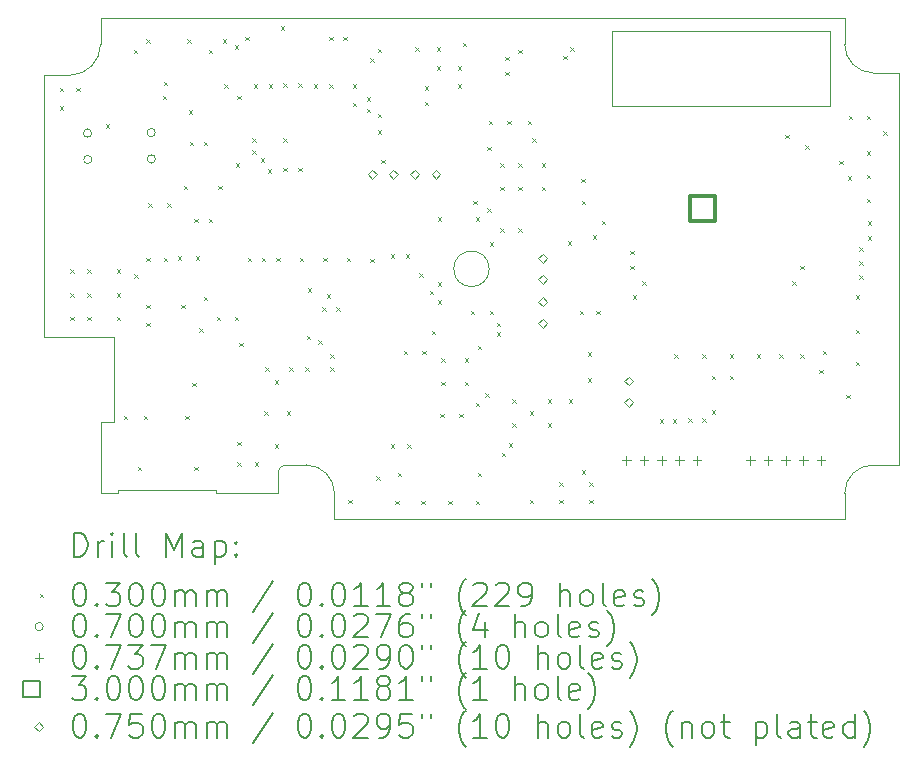
<source format=gbr>
%TF.GenerationSoftware,KiCad,Pcbnew,9.0.2*%
%TF.CreationDate,2025-06-18T11:42:02+09:00*%
%TF.ProjectId,Work,576f726b-2e6b-4696-9361-645f70636258,rev?*%
%TF.SameCoordinates,PX4cc5520PY8e93060*%
%TF.FileFunction,Drillmap*%
%TF.FilePolarity,Positive*%
%FSLAX45Y45*%
G04 Gerber Fmt 4.5, Leading zero omitted, Abs format (unit mm)*
G04 Created by KiCad (PCBNEW 9.0.2) date 2025-06-18 11:42:02*
%MOMM*%
%LPD*%
G01*
G04 APERTURE LIST*
%ADD10C,0.100000*%
%ADD11C,0.050000*%
%ADD12C,0.200000*%
%ADD13C,0.300000*%
G04 APERTURE END LIST*
D10*
X700000Y300000D02*
X1530000Y300000D01*
X7090000Y3830000D02*
X7310000Y3830000D01*
X70000Y1590000D02*
X660000Y1590000D01*
X6850000Y270000D02*
G75*
G02*
X7090000Y510000I240000J0D01*
G01*
X6850000Y4070000D02*
X6850000Y4290000D01*
X550000Y270000D02*
X550000Y870000D01*
X7310000Y3830000D02*
X7310000Y510000D01*
X700000Y270000D02*
X550000Y270000D01*
D11*
X4880000Y4180000D02*
X6730000Y4180000D01*
X6730000Y3550000D01*
X4880000Y3550000D01*
X4880000Y4180000D01*
D10*
X6850000Y4290000D02*
X550000Y4290000D01*
X3840000Y2170000D02*
G75*
G02*
X3540000Y2170000I-150000J0D01*
G01*
X3540000Y2170000D02*
G75*
G02*
X3840000Y2170000I150000J0D01*
G01*
X6850000Y270000D02*
X6850000Y50000D01*
X1530000Y300000D02*
X1530000Y270000D01*
X7090000Y3830000D02*
G75*
G02*
X6850000Y4070000I0J240000D01*
G01*
X7090000Y510000D02*
X7310000Y510000D01*
X70000Y3810000D02*
X70000Y1590000D01*
X6850000Y50000D02*
X2530000Y50000D01*
X660000Y870000D02*
X550000Y870000D01*
X550000Y4070000D02*
G75*
G02*
X290000Y3810000I-260000J0D01*
G01*
X2530000Y270000D02*
X2530000Y50000D01*
X700000Y270000D02*
X700000Y300000D01*
X550000Y4070000D02*
X550000Y4290000D01*
X2290000Y510000D02*
G75*
G02*
X2530000Y270000I0J-240000D01*
G01*
X2050000Y440000D02*
G75*
G02*
X2120000Y510000I70000J0D01*
G01*
X2050000Y270000D02*
X2050000Y440000D01*
X2050000Y270000D02*
X1530000Y270000D01*
X290000Y3810000D02*
X70000Y3810000D01*
X660000Y1590000D02*
X660000Y870000D01*
X2290000Y510000D02*
X2120000Y510000D01*
D12*
D10*
X205000Y3705000D02*
X235000Y3675000D01*
X235000Y3705000D02*
X205000Y3675000D01*
X205000Y3545000D02*
X235000Y3515000D01*
X235000Y3545000D02*
X205000Y3515000D01*
X295000Y2165000D02*
X325000Y2135000D01*
X325000Y2165000D02*
X295000Y2135000D01*
X295000Y1965000D02*
X325000Y1935000D01*
X325000Y1965000D02*
X295000Y1935000D01*
X295000Y1765000D02*
X325000Y1735000D01*
X325000Y1765000D02*
X295000Y1735000D01*
X345000Y3705000D02*
X375000Y3675000D01*
X375000Y3705000D02*
X345000Y3675000D01*
X435000Y2165000D02*
X465000Y2135000D01*
X465000Y2165000D02*
X435000Y2135000D01*
X435000Y1965000D02*
X465000Y1935000D01*
X465000Y1965000D02*
X435000Y1935000D01*
X435000Y1765000D02*
X465000Y1735000D01*
X465000Y1765000D02*
X435000Y1735000D01*
X595000Y3395000D02*
X625000Y3365000D01*
X625000Y3395000D02*
X595000Y3365000D01*
X685000Y2165000D02*
X715000Y2135000D01*
X715000Y2165000D02*
X685000Y2135000D01*
X685000Y1965000D02*
X715000Y1935000D01*
X715000Y1965000D02*
X685000Y1935000D01*
X685000Y1765000D02*
X715000Y1735000D01*
X715000Y1765000D02*
X685000Y1735000D01*
X745000Y925000D02*
X775000Y895000D01*
X775000Y925000D02*
X745000Y895000D01*
X829500Y4025000D02*
X859500Y3995000D01*
X859500Y4025000D02*
X829500Y3995000D01*
X835000Y2125000D02*
X865000Y2095000D01*
X865000Y2125000D02*
X835000Y2095000D01*
X865000Y495000D02*
X895000Y465000D01*
X895000Y495000D02*
X865000Y465000D01*
X915000Y925000D02*
X945000Y895000D01*
X945000Y925000D02*
X915000Y895000D01*
X935000Y4115000D02*
X965000Y4085000D01*
X965000Y4115000D02*
X935000Y4085000D01*
X935000Y2265000D02*
X965000Y2235000D01*
X965000Y2265000D02*
X935000Y2235000D01*
X935000Y1865000D02*
X965000Y1835000D01*
X965000Y1865000D02*
X935000Y1835000D01*
X935000Y1715000D02*
X965000Y1685000D01*
X965000Y1715000D02*
X935000Y1685000D01*
X955000Y2725000D02*
X985000Y2695000D01*
X985000Y2725000D02*
X955000Y2695000D01*
X1075000Y3635000D02*
X1105000Y3605000D01*
X1105000Y3635000D02*
X1075000Y3605000D01*
X1083500Y3755000D02*
X1113500Y3725000D01*
X1113500Y3755000D02*
X1083500Y3725000D01*
X1085000Y2265000D02*
X1115000Y2235000D01*
X1115000Y2265000D02*
X1085000Y2235000D01*
X1115000Y2725000D02*
X1145000Y2695000D01*
X1145000Y2725000D02*
X1115000Y2695000D01*
X1205000Y2275000D02*
X1235000Y2245000D01*
X1235000Y2275000D02*
X1205000Y2245000D01*
X1235000Y1865000D02*
X1265000Y1835000D01*
X1265000Y1865000D02*
X1235000Y1835000D01*
X1255000Y2875000D02*
X1285000Y2845000D01*
X1285000Y2875000D02*
X1255000Y2845000D01*
X1265000Y925000D02*
X1295000Y895000D01*
X1295000Y925000D02*
X1265000Y895000D01*
X1285000Y4115000D02*
X1315000Y4085000D01*
X1315000Y4115000D02*
X1285000Y4085000D01*
X1295000Y3515000D02*
X1325000Y3485000D01*
X1325000Y3515000D02*
X1295000Y3485000D01*
X1305000Y3245000D02*
X1335000Y3215000D01*
X1335000Y3245000D02*
X1305000Y3215000D01*
X1325000Y1205000D02*
X1355000Y1175000D01*
X1355000Y1205000D02*
X1325000Y1175000D01*
X1345000Y2595000D02*
X1375000Y2565000D01*
X1375000Y2595000D02*
X1345000Y2565000D01*
X1345000Y495000D02*
X1375000Y465000D01*
X1375000Y495000D02*
X1345000Y465000D01*
X1355000Y2275000D02*
X1385000Y2245000D01*
X1385000Y2275000D02*
X1355000Y2245000D01*
X1385000Y1665000D02*
X1415000Y1635000D01*
X1415000Y1665000D02*
X1385000Y1635000D01*
X1425000Y3245000D02*
X1455000Y3215000D01*
X1455000Y3245000D02*
X1425000Y3215000D01*
X1425000Y1935000D02*
X1455000Y1905000D01*
X1455000Y1935000D02*
X1425000Y1905000D01*
X1465000Y4025000D02*
X1495000Y3995000D01*
X1495000Y4025000D02*
X1465000Y3995000D01*
X1465000Y2595000D02*
X1495000Y2565000D01*
X1495000Y2595000D02*
X1465000Y2565000D01*
X1535000Y1765000D02*
X1565000Y1735000D01*
X1565000Y1765000D02*
X1535000Y1735000D01*
X1545000Y2875000D02*
X1575000Y2845000D01*
X1575000Y2875000D02*
X1545000Y2845000D01*
X1585000Y4115000D02*
X1615000Y4085000D01*
X1615000Y4115000D02*
X1585000Y4085000D01*
X1595000Y3735000D02*
X1625000Y3705000D01*
X1625000Y3735000D02*
X1595000Y3705000D01*
X1685000Y4065000D02*
X1715000Y4035000D01*
X1715000Y4065000D02*
X1685000Y4035000D01*
X1685000Y1765000D02*
X1715000Y1735000D01*
X1715000Y1765000D02*
X1685000Y1735000D01*
X1695000Y3065000D02*
X1725000Y3035000D01*
X1725000Y3065000D02*
X1695000Y3035000D01*
X1705000Y3635000D02*
X1735000Y3605000D01*
X1735000Y3635000D02*
X1705000Y3605000D01*
X1705000Y705000D02*
X1735000Y675000D01*
X1735000Y705000D02*
X1705000Y675000D01*
X1705000Y535000D02*
X1735000Y505000D01*
X1735000Y535000D02*
X1705000Y505000D01*
X1725000Y1545000D02*
X1755000Y1515000D01*
X1755000Y1545000D02*
X1725000Y1515000D01*
X1775000Y4135000D02*
X1805000Y4105000D01*
X1805000Y4135000D02*
X1775000Y4105000D01*
X1795000Y2265000D02*
X1825000Y2235000D01*
X1825000Y2265000D02*
X1795000Y2235000D01*
X1835000Y3275000D02*
X1865000Y3245000D01*
X1865000Y3275000D02*
X1835000Y3245000D01*
X1835000Y3175000D02*
X1865000Y3145000D01*
X1865000Y3175000D02*
X1835000Y3145000D01*
X1845000Y3735000D02*
X1875000Y3705000D01*
X1875000Y3735000D02*
X1845000Y3705000D01*
X1855000Y535000D02*
X1885000Y505000D01*
X1885000Y535000D02*
X1855000Y505000D01*
X1905000Y3105000D02*
X1935000Y3075000D01*
X1935000Y3105000D02*
X1905000Y3075000D01*
X1915000Y2265000D02*
X1945000Y2235000D01*
X1945000Y2265000D02*
X1915000Y2235000D01*
X1935000Y965000D02*
X1965000Y935000D01*
X1965000Y965000D02*
X1935000Y935000D01*
X1945000Y1335000D02*
X1975000Y1305000D01*
X1975000Y1335000D02*
X1945000Y1305000D01*
X1965000Y3015000D02*
X1995000Y2985000D01*
X1995000Y3015000D02*
X1965000Y2985000D01*
X1975000Y3735000D02*
X2005000Y3705000D01*
X2005000Y3735000D02*
X1975000Y3705000D01*
X2025000Y1225000D02*
X2055000Y1195000D01*
X2055000Y1225000D02*
X2025000Y1195000D01*
X2025000Y685000D02*
X2055000Y655000D01*
X2055000Y685000D02*
X2025000Y655000D01*
X2035000Y2265000D02*
X2065000Y2235000D01*
X2065000Y2265000D02*
X2035000Y2235000D01*
X2075000Y4225000D02*
X2105000Y4195000D01*
X2105000Y4225000D02*
X2075000Y4195000D01*
X2095000Y3740000D02*
X2125000Y3710000D01*
X2125000Y3740000D02*
X2095000Y3710000D01*
X2095000Y3275000D02*
X2125000Y3245000D01*
X2125000Y3275000D02*
X2095000Y3245000D01*
X2095000Y3025000D02*
X2125000Y2995000D01*
X2125000Y3025000D02*
X2095000Y2995000D01*
X2125000Y965000D02*
X2155000Y935000D01*
X2155000Y965000D02*
X2125000Y935000D01*
X2145000Y1335000D02*
X2175000Y1305000D01*
X2175000Y1335000D02*
X2145000Y1305000D01*
X2225000Y3740000D02*
X2255000Y3710000D01*
X2255000Y3740000D02*
X2225000Y3710000D01*
X2225000Y3025000D02*
X2255000Y2995000D01*
X2255000Y3025000D02*
X2225000Y2995000D01*
X2235000Y2265000D02*
X2265000Y2235000D01*
X2265000Y2265000D02*
X2235000Y2235000D01*
X2285000Y1335000D02*
X2315000Y1305000D01*
X2315000Y1335000D02*
X2285000Y1305000D01*
X2295000Y1605000D02*
X2325000Y1575000D01*
X2325000Y1605000D02*
X2295000Y1575000D01*
X2305000Y2005000D02*
X2335000Y1975000D01*
X2335000Y2005000D02*
X2305000Y1975000D01*
X2355000Y3735000D02*
X2385000Y3705000D01*
X2385000Y3735000D02*
X2355000Y3705000D01*
X2395000Y1565000D02*
X2425000Y1535000D01*
X2425000Y1565000D02*
X2395000Y1535000D01*
X2425000Y1845000D02*
X2455000Y1815000D01*
X2455000Y1845000D02*
X2425000Y1815000D01*
X2435000Y2265000D02*
X2465000Y2235000D01*
X2465000Y2265000D02*
X2435000Y2235000D01*
X2465000Y1955000D02*
X2495000Y1925000D01*
X2495000Y1955000D02*
X2465000Y1925000D01*
X2485000Y4135000D02*
X2515000Y4105000D01*
X2515000Y4135000D02*
X2485000Y4105000D01*
X2485000Y3735000D02*
X2515000Y3705000D01*
X2515000Y3735000D02*
X2485000Y3705000D01*
X2495000Y1445000D02*
X2525000Y1415000D01*
X2525000Y1445000D02*
X2495000Y1415000D01*
X2495000Y1335000D02*
X2525000Y1305000D01*
X2525000Y1335000D02*
X2495000Y1305000D01*
X2545000Y1845000D02*
X2575000Y1815000D01*
X2575000Y1845000D02*
X2545000Y1815000D01*
X2605000Y4135000D02*
X2635000Y4105000D01*
X2635000Y4135000D02*
X2605000Y4105000D01*
X2635000Y2265000D02*
X2665000Y2235000D01*
X2665000Y2265000D02*
X2635000Y2235000D01*
X2645000Y215000D02*
X2675000Y185000D01*
X2675000Y215000D02*
X2645000Y185000D01*
X2685000Y3735000D02*
X2715000Y3705000D01*
X2715000Y3735000D02*
X2685000Y3705000D01*
X2685000Y3575000D02*
X2715000Y3545000D01*
X2715000Y3575000D02*
X2685000Y3545000D01*
X2805000Y3625000D02*
X2835000Y3595000D01*
X2835000Y3625000D02*
X2805000Y3595000D01*
X2805000Y3525000D02*
X2835000Y3495000D01*
X2835000Y3525000D02*
X2805000Y3495000D01*
X2835000Y3955000D02*
X2865000Y3925000D01*
X2865000Y3955000D02*
X2835000Y3925000D01*
X2835000Y2255000D02*
X2865000Y2225000D01*
X2865000Y2255000D02*
X2835000Y2225000D01*
X2885000Y415000D02*
X2915000Y385000D01*
X2915000Y415000D02*
X2885000Y385000D01*
X2895000Y4035000D02*
X2925000Y4005000D01*
X2925000Y4035000D02*
X2895000Y4005000D01*
X2895000Y3485000D02*
X2925000Y3455000D01*
X2925000Y3485000D02*
X2895000Y3455000D01*
X2895000Y3345000D02*
X2925000Y3315000D01*
X2925000Y3345000D02*
X2895000Y3315000D01*
X2925000Y3095000D02*
X2955000Y3065000D01*
X2955000Y3095000D02*
X2925000Y3065000D01*
X3005000Y2295000D02*
X3035000Y2265000D01*
X3035000Y2295000D02*
X3005000Y2265000D01*
X3005000Y685000D02*
X3035000Y655000D01*
X3035000Y685000D02*
X3005000Y655000D01*
X3045000Y205000D02*
X3075000Y175000D01*
X3075000Y205000D02*
X3045000Y175000D01*
X3065000Y445000D02*
X3095000Y415000D01*
X3095000Y445000D02*
X3065000Y415000D01*
X3115000Y1475000D02*
X3145000Y1445000D01*
X3145000Y1475000D02*
X3115000Y1445000D01*
X3135000Y2295000D02*
X3165000Y2265000D01*
X3165000Y2295000D02*
X3135000Y2265000D01*
X3145000Y685000D02*
X3175000Y655000D01*
X3175000Y685000D02*
X3145000Y655000D01*
X3215000Y4045000D02*
X3245000Y4015000D01*
X3245000Y4045000D02*
X3215000Y4015000D01*
X3247500Y2135000D02*
X3277500Y2105000D01*
X3277500Y2135000D02*
X3247500Y2105000D01*
X3265000Y205000D02*
X3295000Y175000D01*
X3295000Y205000D02*
X3265000Y175000D01*
X3275000Y1475000D02*
X3305000Y1445000D01*
X3305000Y1475000D02*
X3275000Y1445000D01*
X3295000Y3715000D02*
X3325000Y3685000D01*
X3325000Y3715000D02*
X3295000Y3685000D01*
X3295000Y3585000D02*
X3325000Y3555000D01*
X3325000Y3585000D02*
X3295000Y3555000D01*
X3335000Y1985000D02*
X3365000Y1955000D01*
X3365000Y1985000D02*
X3335000Y1955000D01*
X3355000Y1645000D02*
X3385000Y1615000D01*
X3385000Y1645000D02*
X3355000Y1615000D01*
X3395000Y4045000D02*
X3425000Y4015000D01*
X3425000Y4045000D02*
X3395000Y4015000D01*
X3395000Y3885000D02*
X3425000Y3855000D01*
X3425000Y3885000D02*
X3395000Y3855000D01*
X3405000Y2605000D02*
X3435000Y2575000D01*
X3435000Y2605000D02*
X3405000Y2575000D01*
X3405000Y2055000D02*
X3435000Y2025000D01*
X3435000Y2055000D02*
X3405000Y2025000D01*
X3405000Y1905000D02*
X3435000Y1875000D01*
X3435000Y1905000D02*
X3405000Y1875000D01*
X3425000Y945000D02*
X3455000Y915000D01*
X3455000Y945000D02*
X3425000Y915000D01*
X3435000Y1415000D02*
X3465000Y1385000D01*
X3465000Y1415000D02*
X3435000Y1385000D01*
X3435000Y1215000D02*
X3465000Y1185000D01*
X3465000Y1215000D02*
X3435000Y1185000D01*
X3495000Y205000D02*
X3525000Y175000D01*
X3525000Y205000D02*
X3495000Y175000D01*
X3575000Y3885000D02*
X3605000Y3855000D01*
X3605000Y3885000D02*
X3575000Y3855000D01*
X3575000Y3735000D02*
X3605000Y3705000D01*
X3605000Y3735000D02*
X3575000Y3705000D01*
X3585000Y945000D02*
X3615000Y915000D01*
X3615000Y945000D02*
X3585000Y915000D01*
X3615000Y4085000D02*
X3645000Y4055000D01*
X3645000Y4085000D02*
X3615000Y4055000D01*
X3635000Y1415000D02*
X3665000Y1385000D01*
X3665000Y1415000D02*
X3635000Y1385000D01*
X3635000Y1215000D02*
X3665000Y1185000D01*
X3665000Y1215000D02*
X3635000Y1185000D01*
X3685000Y1815000D02*
X3715000Y1785000D01*
X3715000Y1815000D02*
X3685000Y1785000D01*
X3705000Y2745000D02*
X3735000Y2715000D01*
X3735000Y2745000D02*
X3705000Y2715000D01*
X3725000Y2605000D02*
X3755000Y2575000D01*
X3755000Y2605000D02*
X3725000Y2575000D01*
X3725000Y1035000D02*
X3755000Y1005000D01*
X3755000Y1035000D02*
X3725000Y1005000D01*
X3725000Y205000D02*
X3755000Y175000D01*
X3755000Y205000D02*
X3725000Y175000D01*
X3745000Y1517500D02*
X3775000Y1487500D01*
X3775000Y1517500D02*
X3745000Y1487500D01*
X3745000Y445000D02*
X3775000Y415000D01*
X3775000Y445000D02*
X3745000Y415000D01*
X3805000Y1115000D02*
X3835000Y1085000D01*
X3835000Y1115000D02*
X3805000Y1085000D01*
X3825000Y3205000D02*
X3855000Y3175000D01*
X3855000Y3205000D02*
X3825000Y3175000D01*
X3825000Y2685000D02*
X3855000Y2655000D01*
X3855000Y2685000D02*
X3825000Y2655000D01*
X3835000Y3425000D02*
X3865000Y3395000D01*
X3865000Y3425000D02*
X3835000Y3395000D01*
X3845000Y2395000D02*
X3875000Y2365000D01*
X3875000Y2395000D02*
X3845000Y2365000D01*
X3845000Y1815000D02*
X3875000Y1785000D01*
X3875000Y1815000D02*
X3845000Y1785000D01*
X3905000Y1715000D02*
X3935000Y1685000D01*
X3935000Y1715000D02*
X3905000Y1685000D01*
X3905000Y1635000D02*
X3935000Y1605000D01*
X3935000Y1635000D02*
X3905000Y1605000D01*
X3935000Y3065000D02*
X3965000Y3035000D01*
X3965000Y3065000D02*
X3935000Y3035000D01*
X3935000Y2865000D02*
X3965000Y2835000D01*
X3965000Y2865000D02*
X3935000Y2835000D01*
X3935000Y2515000D02*
X3965000Y2485000D01*
X3965000Y2515000D02*
X3935000Y2485000D01*
X3945000Y615000D02*
X3975000Y585000D01*
X3975000Y615000D02*
X3945000Y585000D01*
X3975000Y3965500D02*
X4005000Y3935500D01*
X4005000Y3965500D02*
X3975000Y3935500D01*
X3975000Y3838500D02*
X4005000Y3808500D01*
X4005000Y3838500D02*
X3975000Y3808500D01*
X3995000Y3425000D02*
X4025000Y3395000D01*
X4025000Y3425000D02*
X3995000Y3395000D01*
X4005000Y695000D02*
X4035000Y665000D01*
X4035000Y695000D02*
X4005000Y665000D01*
X4035000Y1065000D02*
X4065000Y1035000D01*
X4065000Y1065000D02*
X4035000Y1035000D01*
X4035000Y865000D02*
X4065000Y835000D01*
X4065000Y865000D02*
X4035000Y835000D01*
X4085000Y4025000D02*
X4115000Y3995000D01*
X4115000Y4025000D02*
X4085000Y3995000D01*
X4085000Y3065000D02*
X4115000Y3035000D01*
X4115000Y3065000D02*
X4085000Y3035000D01*
X4085000Y2865000D02*
X4115000Y2835000D01*
X4115000Y2865000D02*
X4085000Y2835000D01*
X4085000Y2515000D02*
X4115000Y2485000D01*
X4115000Y2515000D02*
X4085000Y2485000D01*
X4165000Y3425000D02*
X4195000Y3395000D01*
X4195000Y3425000D02*
X4165000Y3395000D01*
X4185000Y965000D02*
X4215000Y935000D01*
X4215000Y965000D02*
X4185000Y935000D01*
X4185000Y215000D02*
X4215000Y185000D01*
X4215000Y215000D02*
X4185000Y185000D01*
X4205000Y3275000D02*
X4235000Y3245000D01*
X4235000Y3275000D02*
X4205000Y3245000D01*
X4285000Y3065000D02*
X4315000Y3035000D01*
X4315000Y3065000D02*
X4285000Y3035000D01*
X4285000Y2865000D02*
X4315000Y2835000D01*
X4315000Y2865000D02*
X4285000Y2835000D01*
X4335000Y1065000D02*
X4365000Y1035000D01*
X4365000Y1065000D02*
X4335000Y1035000D01*
X4335000Y865000D02*
X4365000Y835000D01*
X4365000Y865000D02*
X4335000Y835000D01*
X4435000Y365000D02*
X4465000Y335000D01*
X4465000Y365000D02*
X4435000Y335000D01*
X4435000Y215000D02*
X4465000Y185000D01*
X4465000Y215000D02*
X4435000Y185000D01*
X4465000Y3975000D02*
X4495000Y3945000D01*
X4495000Y3975000D02*
X4465000Y3945000D01*
X4505000Y2405000D02*
X4535000Y2375000D01*
X4535000Y2405000D02*
X4505000Y2375000D01*
X4515000Y1065000D02*
X4545000Y1035000D01*
X4545000Y1065000D02*
X4515000Y1035000D01*
X4525000Y4045000D02*
X4555000Y4015000D01*
X4555000Y4045000D02*
X4525000Y4015000D01*
X4605000Y1815000D02*
X4635000Y1785000D01*
X4635000Y1815000D02*
X4605000Y1785000D01*
X4621060Y2931424D02*
X4651060Y2901424D01*
X4651060Y2931424D02*
X4621060Y2901424D01*
X4625000Y2745000D02*
X4655000Y2715000D01*
X4655000Y2745000D02*
X4625000Y2715000D01*
X4625000Y465000D02*
X4655000Y435000D01*
X4655000Y465000D02*
X4625000Y435000D01*
X4675000Y1465000D02*
X4705000Y1435000D01*
X4705000Y1465000D02*
X4675000Y1435000D01*
X4675000Y1245000D02*
X4705000Y1215000D01*
X4705000Y1245000D02*
X4675000Y1215000D01*
X4685000Y365000D02*
X4715000Y335000D01*
X4715000Y365000D02*
X4685000Y335000D01*
X4685000Y215000D02*
X4715000Y185000D01*
X4715000Y215000D02*
X4685000Y185000D01*
X4715000Y2455000D02*
X4745000Y2425000D01*
X4745000Y2455000D02*
X4715000Y2425000D01*
X4745000Y1815000D02*
X4775000Y1785000D01*
X4775000Y1815000D02*
X4745000Y1785000D01*
X4795000Y2577000D02*
X4825000Y2547000D01*
X4825000Y2577000D02*
X4795000Y2547000D01*
X5035000Y2325000D02*
X5065000Y2295000D01*
X5065000Y2325000D02*
X5035000Y2295000D01*
X5035000Y2195000D02*
X5065000Y2165000D01*
X5065000Y2195000D02*
X5035000Y2165000D01*
X5055000Y1945000D02*
X5085000Y1915000D01*
X5085000Y1945000D02*
X5055000Y1915000D01*
X5135000Y2065000D02*
X5165000Y2035000D01*
X5165000Y2065000D02*
X5135000Y2035000D01*
X5285000Y895000D02*
X5315000Y865000D01*
X5315000Y895000D02*
X5285000Y865000D01*
X5395000Y895000D02*
X5425000Y865000D01*
X5425000Y895000D02*
X5395000Y865000D01*
X5405000Y1445000D02*
X5435000Y1415000D01*
X5435000Y1445000D02*
X5405000Y1415000D01*
X5525000Y905000D02*
X5555000Y875000D01*
X5555000Y905000D02*
X5525000Y875000D01*
X5645000Y1445000D02*
X5675000Y1415000D01*
X5675000Y1445000D02*
X5645000Y1415000D01*
X5645000Y905000D02*
X5675000Y875000D01*
X5675000Y905000D02*
X5645000Y875000D01*
X5725000Y1265000D02*
X5755000Y1235000D01*
X5755000Y1265000D02*
X5725000Y1235000D01*
X5725000Y975000D02*
X5755000Y945000D01*
X5755000Y975000D02*
X5725000Y945000D01*
X5875000Y1445000D02*
X5905000Y1415000D01*
X5905000Y1445000D02*
X5875000Y1415000D01*
X5875000Y1265000D02*
X5905000Y1235000D01*
X5905000Y1265000D02*
X5875000Y1235000D01*
X6105000Y1445000D02*
X6135000Y1415000D01*
X6135000Y1445000D02*
X6105000Y1415000D01*
X6295000Y1445000D02*
X6325000Y1415000D01*
X6325000Y1445000D02*
X6295000Y1415000D01*
X6345000Y3305000D02*
X6375000Y3275000D01*
X6375000Y3305000D02*
X6345000Y3275000D01*
X6405000Y2065000D02*
X6435000Y2035000D01*
X6435000Y2065000D02*
X6405000Y2035000D01*
X6475000Y2195000D02*
X6505000Y2165000D01*
X6505000Y2195000D02*
X6475000Y2165000D01*
X6475000Y1445000D02*
X6505000Y1415000D01*
X6505000Y1445000D02*
X6475000Y1415000D01*
X6515000Y3215000D02*
X6545000Y3185000D01*
X6545000Y3215000D02*
X6515000Y3185000D01*
X6635000Y1315000D02*
X6665000Y1285000D01*
X6665000Y1315000D02*
X6635000Y1285000D01*
X6665000Y1475000D02*
X6695000Y1445000D01*
X6695000Y1475000D02*
X6665000Y1445000D01*
X6805000Y3085000D02*
X6835000Y3055000D01*
X6835000Y3085000D02*
X6805000Y3055000D01*
X6865000Y1105000D02*
X6895000Y1075000D01*
X6895000Y1105000D02*
X6865000Y1075000D01*
X6875000Y2955000D02*
X6905000Y2925000D01*
X6905000Y2955000D02*
X6875000Y2925000D01*
X6885000Y3465000D02*
X6915000Y3435000D01*
X6915000Y3465000D02*
X6885000Y3435000D01*
X6945000Y1945000D02*
X6975000Y1915000D01*
X6975000Y1945000D02*
X6945000Y1915000D01*
X6945000Y1655000D02*
X6975000Y1625000D01*
X6975000Y1655000D02*
X6945000Y1625000D01*
X6945000Y1385000D02*
X6975000Y1355000D01*
X6975000Y1385000D02*
X6945000Y1355000D01*
X6975000Y2355000D02*
X7005000Y2325000D01*
X7005000Y2355000D02*
X6975000Y2325000D01*
X6975000Y2235000D02*
X7005000Y2205000D01*
X7005000Y2235000D02*
X6975000Y2205000D01*
X6975000Y2115000D02*
X7005000Y2085000D01*
X7005000Y2115000D02*
X6975000Y2085000D01*
X7035000Y3465000D02*
X7065000Y3435000D01*
X7065000Y3465000D02*
X7035000Y3435000D01*
X7035000Y3165000D02*
X7065000Y3135000D01*
X7065000Y3165000D02*
X7035000Y3135000D01*
X7035000Y2965000D02*
X7065000Y2935000D01*
X7065000Y2965000D02*
X7035000Y2935000D01*
X7035000Y2765000D02*
X7065000Y2735000D01*
X7065000Y2765000D02*
X7035000Y2735000D01*
X7045000Y2575000D02*
X7075000Y2545000D01*
X7075000Y2575000D02*
X7045000Y2545000D01*
X7045000Y2445000D02*
X7075000Y2415000D01*
X7075000Y2445000D02*
X7045000Y2415000D01*
X7175000Y3335000D02*
X7205000Y3305000D01*
X7205000Y3335000D02*
X7175000Y3305000D01*
X474262Y3319385D02*
G75*
G02*
X404262Y3319385I-35000J0D01*
G01*
X404262Y3319385D02*
G75*
G02*
X474262Y3319385I35000J0D01*
G01*
X476213Y3095907D02*
G75*
G02*
X406213Y3095907I-35000J0D01*
G01*
X406213Y3095907D02*
G75*
G02*
X476213Y3095907I35000J0D01*
G01*
X1013787Y3324093D02*
G75*
G02*
X943787Y3324093I-35000J0D01*
G01*
X943787Y3324093D02*
G75*
G02*
X1013787Y3324093I35000J0D01*
G01*
X1015738Y3100615D02*
G75*
G02*
X945738Y3100615I-35000J0D01*
G01*
X945738Y3100615D02*
G75*
G02*
X1015738Y3100615I35000J0D01*
G01*
X5000000Y585560D02*
X5000000Y511900D01*
X4963170Y548730D02*
X5036830Y548730D01*
X5150000Y585560D02*
X5150000Y511900D01*
X5113170Y548730D02*
X5186830Y548730D01*
X5300000Y585560D02*
X5300000Y511900D01*
X5263170Y548730D02*
X5336830Y548730D01*
X5450000Y585560D02*
X5450000Y511900D01*
X5413170Y548730D02*
X5486830Y548730D01*
X5600000Y585560D02*
X5600000Y511900D01*
X5563170Y548730D02*
X5636830Y548730D01*
X6050000Y586830D02*
X6050000Y513170D01*
X6013170Y550000D02*
X6086830Y550000D01*
X6200000Y586830D02*
X6200000Y513170D01*
X6163170Y550000D02*
X6236830Y550000D01*
X6350000Y586830D02*
X6350000Y513170D01*
X6313170Y550000D02*
X6386830Y550000D01*
X6500000Y586830D02*
X6500000Y513170D01*
X6463170Y550000D02*
X6536830Y550000D01*
X6650000Y586830D02*
X6650000Y513170D01*
X6613170Y550000D02*
X6686830Y550000D01*
D13*
X5756067Y2572933D02*
X5756067Y2785067D01*
X5543933Y2785067D01*
X5543933Y2572933D01*
X5756067Y2572933D01*
D10*
X2850000Y2932500D02*
X2887500Y2970000D01*
X2850000Y3007500D01*
X2812500Y2970000D01*
X2850000Y2932500D01*
X3030000Y2932500D02*
X3067500Y2970000D01*
X3030000Y3007500D01*
X2992500Y2970000D01*
X3030000Y2932500D01*
X3210000Y2932500D02*
X3247500Y2970000D01*
X3210000Y3007500D01*
X3172500Y2970000D01*
X3210000Y2932500D01*
X3390000Y2932500D02*
X3427500Y2970000D01*
X3390000Y3007500D01*
X3352500Y2970000D01*
X3390000Y2932500D01*
X4295000Y2222500D02*
X4332500Y2260000D01*
X4295000Y2297500D01*
X4257500Y2260000D01*
X4295000Y2222500D01*
X4295000Y2042500D02*
X4332500Y2080000D01*
X4295000Y2117500D01*
X4257500Y2080000D01*
X4295000Y2042500D01*
X4295000Y1852500D02*
X4332500Y1890000D01*
X4295000Y1927500D01*
X4257500Y1890000D01*
X4295000Y1852500D01*
X4295000Y1672500D02*
X4332500Y1710000D01*
X4295000Y1747500D01*
X4257500Y1710000D01*
X4295000Y1672500D01*
X5020000Y1182500D02*
X5057500Y1220000D01*
X5020000Y1257500D01*
X4982500Y1220000D01*
X5020000Y1182500D01*
X5020000Y1002500D02*
X5057500Y1040000D01*
X5020000Y1077500D01*
X4982500Y1040000D01*
X5020000Y1002500D01*
D12*
X325777Y-266484D02*
X325777Y-66484D01*
X325777Y-66484D02*
X373396Y-66484D01*
X373396Y-66484D02*
X401967Y-76008D01*
X401967Y-76008D02*
X421015Y-95055D01*
X421015Y-95055D02*
X430539Y-114103D01*
X430539Y-114103D02*
X440062Y-152198D01*
X440062Y-152198D02*
X440062Y-180769D01*
X440062Y-180769D02*
X430539Y-218865D01*
X430539Y-218865D02*
X421015Y-237912D01*
X421015Y-237912D02*
X401967Y-256960D01*
X401967Y-256960D02*
X373396Y-266484D01*
X373396Y-266484D02*
X325777Y-266484D01*
X525777Y-266484D02*
X525777Y-133150D01*
X525777Y-171246D02*
X535301Y-152198D01*
X535301Y-152198D02*
X544824Y-142674D01*
X544824Y-142674D02*
X563872Y-133150D01*
X563872Y-133150D02*
X582920Y-133150D01*
X649586Y-266484D02*
X649586Y-133150D01*
X649586Y-66484D02*
X640063Y-76008D01*
X640063Y-76008D02*
X649586Y-85531D01*
X649586Y-85531D02*
X659110Y-76008D01*
X659110Y-76008D02*
X649586Y-66484D01*
X649586Y-66484D02*
X649586Y-85531D01*
X773396Y-266484D02*
X754348Y-256960D01*
X754348Y-256960D02*
X744824Y-237912D01*
X744824Y-237912D02*
X744824Y-66484D01*
X878158Y-266484D02*
X859110Y-256960D01*
X859110Y-256960D02*
X849586Y-237912D01*
X849586Y-237912D02*
X849586Y-66484D01*
X1106729Y-266484D02*
X1106729Y-66484D01*
X1106729Y-66484D02*
X1173396Y-209341D01*
X1173396Y-209341D02*
X1240063Y-66484D01*
X1240063Y-66484D02*
X1240063Y-266484D01*
X1421015Y-266484D02*
X1421015Y-161722D01*
X1421015Y-161722D02*
X1411491Y-142674D01*
X1411491Y-142674D02*
X1392444Y-133150D01*
X1392444Y-133150D02*
X1354348Y-133150D01*
X1354348Y-133150D02*
X1335301Y-142674D01*
X1421015Y-256960D02*
X1401967Y-266484D01*
X1401967Y-266484D02*
X1354348Y-266484D01*
X1354348Y-266484D02*
X1335301Y-256960D01*
X1335301Y-256960D02*
X1325777Y-237912D01*
X1325777Y-237912D02*
X1325777Y-218865D01*
X1325777Y-218865D02*
X1335301Y-199817D01*
X1335301Y-199817D02*
X1354348Y-190293D01*
X1354348Y-190293D02*
X1401967Y-190293D01*
X1401967Y-190293D02*
X1421015Y-180769D01*
X1516253Y-133150D02*
X1516253Y-333150D01*
X1516253Y-142674D02*
X1535301Y-133150D01*
X1535301Y-133150D02*
X1573396Y-133150D01*
X1573396Y-133150D02*
X1592443Y-142674D01*
X1592443Y-142674D02*
X1601967Y-152198D01*
X1601967Y-152198D02*
X1611491Y-171246D01*
X1611491Y-171246D02*
X1611491Y-228388D01*
X1611491Y-228388D02*
X1601967Y-247436D01*
X1601967Y-247436D02*
X1592443Y-256960D01*
X1592443Y-256960D02*
X1573396Y-266484D01*
X1573396Y-266484D02*
X1535301Y-266484D01*
X1535301Y-266484D02*
X1516253Y-256960D01*
X1697205Y-247436D02*
X1706729Y-256960D01*
X1706729Y-256960D02*
X1697205Y-266484D01*
X1697205Y-266484D02*
X1687682Y-256960D01*
X1687682Y-256960D02*
X1697205Y-247436D01*
X1697205Y-247436D02*
X1697205Y-266484D01*
X1697205Y-142674D02*
X1706729Y-152198D01*
X1706729Y-152198D02*
X1697205Y-161722D01*
X1697205Y-161722D02*
X1687682Y-152198D01*
X1687682Y-152198D02*
X1697205Y-142674D01*
X1697205Y-142674D02*
X1697205Y-161722D01*
D10*
X35000Y-580000D02*
X65000Y-610000D01*
X65000Y-580000D02*
X35000Y-610000D01*
D12*
X363872Y-486484D02*
X382920Y-486484D01*
X382920Y-486484D02*
X401967Y-496008D01*
X401967Y-496008D02*
X411491Y-505531D01*
X411491Y-505531D02*
X421015Y-524579D01*
X421015Y-524579D02*
X430539Y-562674D01*
X430539Y-562674D02*
X430539Y-610293D01*
X430539Y-610293D02*
X421015Y-648389D01*
X421015Y-648389D02*
X411491Y-667436D01*
X411491Y-667436D02*
X401967Y-676960D01*
X401967Y-676960D02*
X382920Y-686484D01*
X382920Y-686484D02*
X363872Y-686484D01*
X363872Y-686484D02*
X344824Y-676960D01*
X344824Y-676960D02*
X335301Y-667436D01*
X335301Y-667436D02*
X325777Y-648389D01*
X325777Y-648389D02*
X316253Y-610293D01*
X316253Y-610293D02*
X316253Y-562674D01*
X316253Y-562674D02*
X325777Y-524579D01*
X325777Y-524579D02*
X335301Y-505531D01*
X335301Y-505531D02*
X344824Y-496008D01*
X344824Y-496008D02*
X363872Y-486484D01*
X516253Y-667436D02*
X525777Y-676960D01*
X525777Y-676960D02*
X516253Y-686484D01*
X516253Y-686484D02*
X506729Y-676960D01*
X506729Y-676960D02*
X516253Y-667436D01*
X516253Y-667436D02*
X516253Y-686484D01*
X592444Y-486484D02*
X716253Y-486484D01*
X716253Y-486484D02*
X649586Y-562674D01*
X649586Y-562674D02*
X678158Y-562674D01*
X678158Y-562674D02*
X697205Y-572198D01*
X697205Y-572198D02*
X706729Y-581722D01*
X706729Y-581722D02*
X716253Y-600770D01*
X716253Y-600770D02*
X716253Y-648389D01*
X716253Y-648389D02*
X706729Y-667436D01*
X706729Y-667436D02*
X697205Y-676960D01*
X697205Y-676960D02*
X678158Y-686484D01*
X678158Y-686484D02*
X621015Y-686484D01*
X621015Y-686484D02*
X601967Y-676960D01*
X601967Y-676960D02*
X592444Y-667436D01*
X840062Y-486484D02*
X859110Y-486484D01*
X859110Y-486484D02*
X878158Y-496008D01*
X878158Y-496008D02*
X887682Y-505531D01*
X887682Y-505531D02*
X897205Y-524579D01*
X897205Y-524579D02*
X906729Y-562674D01*
X906729Y-562674D02*
X906729Y-610293D01*
X906729Y-610293D02*
X897205Y-648389D01*
X897205Y-648389D02*
X887682Y-667436D01*
X887682Y-667436D02*
X878158Y-676960D01*
X878158Y-676960D02*
X859110Y-686484D01*
X859110Y-686484D02*
X840062Y-686484D01*
X840062Y-686484D02*
X821015Y-676960D01*
X821015Y-676960D02*
X811491Y-667436D01*
X811491Y-667436D02*
X801967Y-648389D01*
X801967Y-648389D02*
X792443Y-610293D01*
X792443Y-610293D02*
X792443Y-562674D01*
X792443Y-562674D02*
X801967Y-524579D01*
X801967Y-524579D02*
X811491Y-505531D01*
X811491Y-505531D02*
X821015Y-496008D01*
X821015Y-496008D02*
X840062Y-486484D01*
X1030539Y-486484D02*
X1049586Y-486484D01*
X1049586Y-486484D02*
X1068634Y-496008D01*
X1068634Y-496008D02*
X1078158Y-505531D01*
X1078158Y-505531D02*
X1087682Y-524579D01*
X1087682Y-524579D02*
X1097205Y-562674D01*
X1097205Y-562674D02*
X1097205Y-610293D01*
X1097205Y-610293D02*
X1087682Y-648389D01*
X1087682Y-648389D02*
X1078158Y-667436D01*
X1078158Y-667436D02*
X1068634Y-676960D01*
X1068634Y-676960D02*
X1049586Y-686484D01*
X1049586Y-686484D02*
X1030539Y-686484D01*
X1030539Y-686484D02*
X1011491Y-676960D01*
X1011491Y-676960D02*
X1001967Y-667436D01*
X1001967Y-667436D02*
X992443Y-648389D01*
X992443Y-648389D02*
X982920Y-610293D01*
X982920Y-610293D02*
X982920Y-562674D01*
X982920Y-562674D02*
X992443Y-524579D01*
X992443Y-524579D02*
X1001967Y-505531D01*
X1001967Y-505531D02*
X1011491Y-496008D01*
X1011491Y-496008D02*
X1030539Y-486484D01*
X1182920Y-686484D02*
X1182920Y-553150D01*
X1182920Y-572198D02*
X1192444Y-562674D01*
X1192444Y-562674D02*
X1211491Y-553150D01*
X1211491Y-553150D02*
X1240063Y-553150D01*
X1240063Y-553150D02*
X1259110Y-562674D01*
X1259110Y-562674D02*
X1268634Y-581722D01*
X1268634Y-581722D02*
X1268634Y-686484D01*
X1268634Y-581722D02*
X1278158Y-562674D01*
X1278158Y-562674D02*
X1297205Y-553150D01*
X1297205Y-553150D02*
X1325777Y-553150D01*
X1325777Y-553150D02*
X1344825Y-562674D01*
X1344825Y-562674D02*
X1354348Y-581722D01*
X1354348Y-581722D02*
X1354348Y-686484D01*
X1449586Y-686484D02*
X1449586Y-553150D01*
X1449586Y-572198D02*
X1459110Y-562674D01*
X1459110Y-562674D02*
X1478158Y-553150D01*
X1478158Y-553150D02*
X1506729Y-553150D01*
X1506729Y-553150D02*
X1525777Y-562674D01*
X1525777Y-562674D02*
X1535301Y-581722D01*
X1535301Y-581722D02*
X1535301Y-686484D01*
X1535301Y-581722D02*
X1544824Y-562674D01*
X1544824Y-562674D02*
X1563872Y-553150D01*
X1563872Y-553150D02*
X1592443Y-553150D01*
X1592443Y-553150D02*
X1611491Y-562674D01*
X1611491Y-562674D02*
X1621015Y-581722D01*
X1621015Y-581722D02*
X1621015Y-686484D01*
X2011491Y-476960D02*
X1840063Y-734103D01*
X2268634Y-486484D02*
X2287682Y-486484D01*
X2287682Y-486484D02*
X2306729Y-496008D01*
X2306729Y-496008D02*
X2316253Y-505531D01*
X2316253Y-505531D02*
X2325777Y-524579D01*
X2325777Y-524579D02*
X2335301Y-562674D01*
X2335301Y-562674D02*
X2335301Y-610293D01*
X2335301Y-610293D02*
X2325777Y-648389D01*
X2325777Y-648389D02*
X2316253Y-667436D01*
X2316253Y-667436D02*
X2306729Y-676960D01*
X2306729Y-676960D02*
X2287682Y-686484D01*
X2287682Y-686484D02*
X2268634Y-686484D01*
X2268634Y-686484D02*
X2249587Y-676960D01*
X2249587Y-676960D02*
X2240063Y-667436D01*
X2240063Y-667436D02*
X2230539Y-648389D01*
X2230539Y-648389D02*
X2221015Y-610293D01*
X2221015Y-610293D02*
X2221015Y-562674D01*
X2221015Y-562674D02*
X2230539Y-524579D01*
X2230539Y-524579D02*
X2240063Y-505531D01*
X2240063Y-505531D02*
X2249587Y-496008D01*
X2249587Y-496008D02*
X2268634Y-486484D01*
X2421015Y-667436D02*
X2430539Y-676960D01*
X2430539Y-676960D02*
X2421015Y-686484D01*
X2421015Y-686484D02*
X2411491Y-676960D01*
X2411491Y-676960D02*
X2421015Y-667436D01*
X2421015Y-667436D02*
X2421015Y-686484D01*
X2554348Y-486484D02*
X2573396Y-486484D01*
X2573396Y-486484D02*
X2592444Y-496008D01*
X2592444Y-496008D02*
X2601968Y-505531D01*
X2601968Y-505531D02*
X2611491Y-524579D01*
X2611491Y-524579D02*
X2621015Y-562674D01*
X2621015Y-562674D02*
X2621015Y-610293D01*
X2621015Y-610293D02*
X2611491Y-648389D01*
X2611491Y-648389D02*
X2601968Y-667436D01*
X2601968Y-667436D02*
X2592444Y-676960D01*
X2592444Y-676960D02*
X2573396Y-686484D01*
X2573396Y-686484D02*
X2554348Y-686484D01*
X2554348Y-686484D02*
X2535301Y-676960D01*
X2535301Y-676960D02*
X2525777Y-667436D01*
X2525777Y-667436D02*
X2516253Y-648389D01*
X2516253Y-648389D02*
X2506729Y-610293D01*
X2506729Y-610293D02*
X2506729Y-562674D01*
X2506729Y-562674D02*
X2516253Y-524579D01*
X2516253Y-524579D02*
X2525777Y-505531D01*
X2525777Y-505531D02*
X2535301Y-496008D01*
X2535301Y-496008D02*
X2554348Y-486484D01*
X2811491Y-686484D02*
X2697206Y-686484D01*
X2754348Y-686484D02*
X2754348Y-486484D01*
X2754348Y-486484D02*
X2735301Y-515055D01*
X2735301Y-515055D02*
X2716253Y-534103D01*
X2716253Y-534103D02*
X2697206Y-543627D01*
X3001967Y-686484D02*
X2887682Y-686484D01*
X2944825Y-686484D02*
X2944825Y-486484D01*
X2944825Y-486484D02*
X2925777Y-515055D01*
X2925777Y-515055D02*
X2906729Y-534103D01*
X2906729Y-534103D02*
X2887682Y-543627D01*
X3116253Y-572198D02*
X3097206Y-562674D01*
X3097206Y-562674D02*
X3087682Y-553150D01*
X3087682Y-553150D02*
X3078158Y-534103D01*
X3078158Y-534103D02*
X3078158Y-524579D01*
X3078158Y-524579D02*
X3087682Y-505531D01*
X3087682Y-505531D02*
X3097206Y-496008D01*
X3097206Y-496008D02*
X3116253Y-486484D01*
X3116253Y-486484D02*
X3154348Y-486484D01*
X3154348Y-486484D02*
X3173396Y-496008D01*
X3173396Y-496008D02*
X3182920Y-505531D01*
X3182920Y-505531D02*
X3192444Y-524579D01*
X3192444Y-524579D02*
X3192444Y-534103D01*
X3192444Y-534103D02*
X3182920Y-553150D01*
X3182920Y-553150D02*
X3173396Y-562674D01*
X3173396Y-562674D02*
X3154348Y-572198D01*
X3154348Y-572198D02*
X3116253Y-572198D01*
X3116253Y-572198D02*
X3097206Y-581722D01*
X3097206Y-581722D02*
X3087682Y-591246D01*
X3087682Y-591246D02*
X3078158Y-610293D01*
X3078158Y-610293D02*
X3078158Y-648389D01*
X3078158Y-648389D02*
X3087682Y-667436D01*
X3087682Y-667436D02*
X3097206Y-676960D01*
X3097206Y-676960D02*
X3116253Y-686484D01*
X3116253Y-686484D02*
X3154348Y-686484D01*
X3154348Y-686484D02*
X3173396Y-676960D01*
X3173396Y-676960D02*
X3182920Y-667436D01*
X3182920Y-667436D02*
X3192444Y-648389D01*
X3192444Y-648389D02*
X3192444Y-610293D01*
X3192444Y-610293D02*
X3182920Y-591246D01*
X3182920Y-591246D02*
X3173396Y-581722D01*
X3173396Y-581722D02*
X3154348Y-572198D01*
X3268634Y-486484D02*
X3268634Y-524579D01*
X3344825Y-486484D02*
X3344825Y-524579D01*
X3640063Y-762674D02*
X3630539Y-753150D01*
X3630539Y-753150D02*
X3611491Y-724579D01*
X3611491Y-724579D02*
X3601968Y-705531D01*
X3601968Y-705531D02*
X3592444Y-676960D01*
X3592444Y-676960D02*
X3582920Y-629341D01*
X3582920Y-629341D02*
X3582920Y-591246D01*
X3582920Y-591246D02*
X3592444Y-543627D01*
X3592444Y-543627D02*
X3601968Y-515055D01*
X3601968Y-515055D02*
X3611491Y-496008D01*
X3611491Y-496008D02*
X3630539Y-467436D01*
X3630539Y-467436D02*
X3640063Y-457912D01*
X3706729Y-505531D02*
X3716253Y-496008D01*
X3716253Y-496008D02*
X3735301Y-486484D01*
X3735301Y-486484D02*
X3782920Y-486484D01*
X3782920Y-486484D02*
X3801968Y-496008D01*
X3801968Y-496008D02*
X3811491Y-505531D01*
X3811491Y-505531D02*
X3821015Y-524579D01*
X3821015Y-524579D02*
X3821015Y-543627D01*
X3821015Y-543627D02*
X3811491Y-572198D01*
X3811491Y-572198D02*
X3697206Y-686484D01*
X3697206Y-686484D02*
X3821015Y-686484D01*
X3897206Y-505531D02*
X3906729Y-496008D01*
X3906729Y-496008D02*
X3925777Y-486484D01*
X3925777Y-486484D02*
X3973396Y-486484D01*
X3973396Y-486484D02*
X3992444Y-496008D01*
X3992444Y-496008D02*
X4001968Y-505531D01*
X4001968Y-505531D02*
X4011491Y-524579D01*
X4011491Y-524579D02*
X4011491Y-543627D01*
X4011491Y-543627D02*
X4001968Y-572198D01*
X4001968Y-572198D02*
X3887682Y-686484D01*
X3887682Y-686484D02*
X4011491Y-686484D01*
X4106729Y-686484D02*
X4144825Y-686484D01*
X4144825Y-686484D02*
X4163872Y-676960D01*
X4163872Y-676960D02*
X4173396Y-667436D01*
X4173396Y-667436D02*
X4192444Y-638865D01*
X4192444Y-638865D02*
X4201968Y-600770D01*
X4201968Y-600770D02*
X4201968Y-524579D01*
X4201968Y-524579D02*
X4192444Y-505531D01*
X4192444Y-505531D02*
X4182920Y-496008D01*
X4182920Y-496008D02*
X4163872Y-486484D01*
X4163872Y-486484D02*
X4125777Y-486484D01*
X4125777Y-486484D02*
X4106729Y-496008D01*
X4106729Y-496008D02*
X4097206Y-505531D01*
X4097206Y-505531D02*
X4087682Y-524579D01*
X4087682Y-524579D02*
X4087682Y-572198D01*
X4087682Y-572198D02*
X4097206Y-591246D01*
X4097206Y-591246D02*
X4106729Y-600770D01*
X4106729Y-600770D02*
X4125777Y-610293D01*
X4125777Y-610293D02*
X4163872Y-610293D01*
X4163872Y-610293D02*
X4182920Y-600770D01*
X4182920Y-600770D02*
X4192444Y-591246D01*
X4192444Y-591246D02*
X4201968Y-572198D01*
X4440063Y-686484D02*
X4440063Y-486484D01*
X4525777Y-686484D02*
X4525777Y-581722D01*
X4525777Y-581722D02*
X4516253Y-562674D01*
X4516253Y-562674D02*
X4497206Y-553150D01*
X4497206Y-553150D02*
X4468634Y-553150D01*
X4468634Y-553150D02*
X4449587Y-562674D01*
X4449587Y-562674D02*
X4440063Y-572198D01*
X4649587Y-686484D02*
X4630539Y-676960D01*
X4630539Y-676960D02*
X4621015Y-667436D01*
X4621015Y-667436D02*
X4611492Y-648389D01*
X4611492Y-648389D02*
X4611492Y-591246D01*
X4611492Y-591246D02*
X4621015Y-572198D01*
X4621015Y-572198D02*
X4630539Y-562674D01*
X4630539Y-562674D02*
X4649587Y-553150D01*
X4649587Y-553150D02*
X4678158Y-553150D01*
X4678158Y-553150D02*
X4697206Y-562674D01*
X4697206Y-562674D02*
X4706730Y-572198D01*
X4706730Y-572198D02*
X4716253Y-591246D01*
X4716253Y-591246D02*
X4716253Y-648389D01*
X4716253Y-648389D02*
X4706730Y-667436D01*
X4706730Y-667436D02*
X4697206Y-676960D01*
X4697206Y-676960D02*
X4678158Y-686484D01*
X4678158Y-686484D02*
X4649587Y-686484D01*
X4830539Y-686484D02*
X4811492Y-676960D01*
X4811492Y-676960D02*
X4801968Y-657912D01*
X4801968Y-657912D02*
X4801968Y-486484D01*
X4982920Y-676960D02*
X4963873Y-686484D01*
X4963873Y-686484D02*
X4925777Y-686484D01*
X4925777Y-686484D02*
X4906730Y-676960D01*
X4906730Y-676960D02*
X4897206Y-657912D01*
X4897206Y-657912D02*
X4897206Y-581722D01*
X4897206Y-581722D02*
X4906730Y-562674D01*
X4906730Y-562674D02*
X4925777Y-553150D01*
X4925777Y-553150D02*
X4963873Y-553150D01*
X4963873Y-553150D02*
X4982920Y-562674D01*
X4982920Y-562674D02*
X4992444Y-581722D01*
X4992444Y-581722D02*
X4992444Y-600770D01*
X4992444Y-600770D02*
X4897206Y-619817D01*
X5068634Y-676960D02*
X5087682Y-686484D01*
X5087682Y-686484D02*
X5125777Y-686484D01*
X5125777Y-686484D02*
X5144825Y-676960D01*
X5144825Y-676960D02*
X5154349Y-657912D01*
X5154349Y-657912D02*
X5154349Y-648389D01*
X5154349Y-648389D02*
X5144825Y-629341D01*
X5144825Y-629341D02*
X5125777Y-619817D01*
X5125777Y-619817D02*
X5097206Y-619817D01*
X5097206Y-619817D02*
X5078158Y-610293D01*
X5078158Y-610293D02*
X5068634Y-591246D01*
X5068634Y-591246D02*
X5068634Y-581722D01*
X5068634Y-581722D02*
X5078158Y-562674D01*
X5078158Y-562674D02*
X5097206Y-553150D01*
X5097206Y-553150D02*
X5125777Y-553150D01*
X5125777Y-553150D02*
X5144825Y-562674D01*
X5221015Y-762674D02*
X5230539Y-753150D01*
X5230539Y-753150D02*
X5249587Y-724579D01*
X5249587Y-724579D02*
X5259111Y-705531D01*
X5259111Y-705531D02*
X5268634Y-676960D01*
X5268634Y-676960D02*
X5278158Y-629341D01*
X5278158Y-629341D02*
X5278158Y-591246D01*
X5278158Y-591246D02*
X5268634Y-543627D01*
X5268634Y-543627D02*
X5259111Y-515055D01*
X5259111Y-515055D02*
X5249587Y-496008D01*
X5249587Y-496008D02*
X5230539Y-467436D01*
X5230539Y-467436D02*
X5221015Y-457912D01*
D10*
X65000Y-859000D02*
G75*
G02*
X-5000Y-859000I-35000J0D01*
G01*
X-5000Y-859000D02*
G75*
G02*
X65000Y-859000I35000J0D01*
G01*
D12*
X363872Y-750484D02*
X382920Y-750484D01*
X382920Y-750484D02*
X401967Y-760008D01*
X401967Y-760008D02*
X411491Y-769531D01*
X411491Y-769531D02*
X421015Y-788579D01*
X421015Y-788579D02*
X430539Y-826674D01*
X430539Y-826674D02*
X430539Y-874293D01*
X430539Y-874293D02*
X421015Y-912388D01*
X421015Y-912388D02*
X411491Y-931436D01*
X411491Y-931436D02*
X401967Y-940960D01*
X401967Y-940960D02*
X382920Y-950484D01*
X382920Y-950484D02*
X363872Y-950484D01*
X363872Y-950484D02*
X344824Y-940960D01*
X344824Y-940960D02*
X335301Y-931436D01*
X335301Y-931436D02*
X325777Y-912388D01*
X325777Y-912388D02*
X316253Y-874293D01*
X316253Y-874293D02*
X316253Y-826674D01*
X316253Y-826674D02*
X325777Y-788579D01*
X325777Y-788579D02*
X335301Y-769531D01*
X335301Y-769531D02*
X344824Y-760008D01*
X344824Y-760008D02*
X363872Y-750484D01*
X516253Y-931436D02*
X525777Y-940960D01*
X525777Y-940960D02*
X516253Y-950484D01*
X516253Y-950484D02*
X506729Y-940960D01*
X506729Y-940960D02*
X516253Y-931436D01*
X516253Y-931436D02*
X516253Y-950484D01*
X592444Y-750484D02*
X725777Y-750484D01*
X725777Y-750484D02*
X640063Y-950484D01*
X840062Y-750484D02*
X859110Y-750484D01*
X859110Y-750484D02*
X878158Y-760008D01*
X878158Y-760008D02*
X887682Y-769531D01*
X887682Y-769531D02*
X897205Y-788579D01*
X897205Y-788579D02*
X906729Y-826674D01*
X906729Y-826674D02*
X906729Y-874293D01*
X906729Y-874293D02*
X897205Y-912388D01*
X897205Y-912388D02*
X887682Y-931436D01*
X887682Y-931436D02*
X878158Y-940960D01*
X878158Y-940960D02*
X859110Y-950484D01*
X859110Y-950484D02*
X840062Y-950484D01*
X840062Y-950484D02*
X821015Y-940960D01*
X821015Y-940960D02*
X811491Y-931436D01*
X811491Y-931436D02*
X801967Y-912388D01*
X801967Y-912388D02*
X792443Y-874293D01*
X792443Y-874293D02*
X792443Y-826674D01*
X792443Y-826674D02*
X801967Y-788579D01*
X801967Y-788579D02*
X811491Y-769531D01*
X811491Y-769531D02*
X821015Y-760008D01*
X821015Y-760008D02*
X840062Y-750484D01*
X1030539Y-750484D02*
X1049586Y-750484D01*
X1049586Y-750484D02*
X1068634Y-760008D01*
X1068634Y-760008D02*
X1078158Y-769531D01*
X1078158Y-769531D02*
X1087682Y-788579D01*
X1087682Y-788579D02*
X1097205Y-826674D01*
X1097205Y-826674D02*
X1097205Y-874293D01*
X1097205Y-874293D02*
X1087682Y-912388D01*
X1087682Y-912388D02*
X1078158Y-931436D01*
X1078158Y-931436D02*
X1068634Y-940960D01*
X1068634Y-940960D02*
X1049586Y-950484D01*
X1049586Y-950484D02*
X1030539Y-950484D01*
X1030539Y-950484D02*
X1011491Y-940960D01*
X1011491Y-940960D02*
X1001967Y-931436D01*
X1001967Y-931436D02*
X992443Y-912388D01*
X992443Y-912388D02*
X982920Y-874293D01*
X982920Y-874293D02*
X982920Y-826674D01*
X982920Y-826674D02*
X992443Y-788579D01*
X992443Y-788579D02*
X1001967Y-769531D01*
X1001967Y-769531D02*
X1011491Y-760008D01*
X1011491Y-760008D02*
X1030539Y-750484D01*
X1182920Y-950484D02*
X1182920Y-817150D01*
X1182920Y-836198D02*
X1192444Y-826674D01*
X1192444Y-826674D02*
X1211491Y-817150D01*
X1211491Y-817150D02*
X1240063Y-817150D01*
X1240063Y-817150D02*
X1259110Y-826674D01*
X1259110Y-826674D02*
X1268634Y-845722D01*
X1268634Y-845722D02*
X1268634Y-950484D01*
X1268634Y-845722D02*
X1278158Y-826674D01*
X1278158Y-826674D02*
X1297205Y-817150D01*
X1297205Y-817150D02*
X1325777Y-817150D01*
X1325777Y-817150D02*
X1344825Y-826674D01*
X1344825Y-826674D02*
X1354348Y-845722D01*
X1354348Y-845722D02*
X1354348Y-950484D01*
X1449586Y-950484D02*
X1449586Y-817150D01*
X1449586Y-836198D02*
X1459110Y-826674D01*
X1459110Y-826674D02*
X1478158Y-817150D01*
X1478158Y-817150D02*
X1506729Y-817150D01*
X1506729Y-817150D02*
X1525777Y-826674D01*
X1525777Y-826674D02*
X1535301Y-845722D01*
X1535301Y-845722D02*
X1535301Y-950484D01*
X1535301Y-845722D02*
X1544824Y-826674D01*
X1544824Y-826674D02*
X1563872Y-817150D01*
X1563872Y-817150D02*
X1592443Y-817150D01*
X1592443Y-817150D02*
X1611491Y-826674D01*
X1611491Y-826674D02*
X1621015Y-845722D01*
X1621015Y-845722D02*
X1621015Y-950484D01*
X2011491Y-740960D02*
X1840063Y-998103D01*
X2268634Y-750484D02*
X2287682Y-750484D01*
X2287682Y-750484D02*
X2306729Y-760008D01*
X2306729Y-760008D02*
X2316253Y-769531D01*
X2316253Y-769531D02*
X2325777Y-788579D01*
X2325777Y-788579D02*
X2335301Y-826674D01*
X2335301Y-826674D02*
X2335301Y-874293D01*
X2335301Y-874293D02*
X2325777Y-912388D01*
X2325777Y-912388D02*
X2316253Y-931436D01*
X2316253Y-931436D02*
X2306729Y-940960D01*
X2306729Y-940960D02*
X2287682Y-950484D01*
X2287682Y-950484D02*
X2268634Y-950484D01*
X2268634Y-950484D02*
X2249587Y-940960D01*
X2249587Y-940960D02*
X2240063Y-931436D01*
X2240063Y-931436D02*
X2230539Y-912388D01*
X2230539Y-912388D02*
X2221015Y-874293D01*
X2221015Y-874293D02*
X2221015Y-826674D01*
X2221015Y-826674D02*
X2230539Y-788579D01*
X2230539Y-788579D02*
X2240063Y-769531D01*
X2240063Y-769531D02*
X2249587Y-760008D01*
X2249587Y-760008D02*
X2268634Y-750484D01*
X2421015Y-931436D02*
X2430539Y-940960D01*
X2430539Y-940960D02*
X2421015Y-950484D01*
X2421015Y-950484D02*
X2411491Y-940960D01*
X2411491Y-940960D02*
X2421015Y-931436D01*
X2421015Y-931436D02*
X2421015Y-950484D01*
X2554348Y-750484D02*
X2573396Y-750484D01*
X2573396Y-750484D02*
X2592444Y-760008D01*
X2592444Y-760008D02*
X2601968Y-769531D01*
X2601968Y-769531D02*
X2611491Y-788579D01*
X2611491Y-788579D02*
X2621015Y-826674D01*
X2621015Y-826674D02*
X2621015Y-874293D01*
X2621015Y-874293D02*
X2611491Y-912388D01*
X2611491Y-912388D02*
X2601968Y-931436D01*
X2601968Y-931436D02*
X2592444Y-940960D01*
X2592444Y-940960D02*
X2573396Y-950484D01*
X2573396Y-950484D02*
X2554348Y-950484D01*
X2554348Y-950484D02*
X2535301Y-940960D01*
X2535301Y-940960D02*
X2525777Y-931436D01*
X2525777Y-931436D02*
X2516253Y-912388D01*
X2516253Y-912388D02*
X2506729Y-874293D01*
X2506729Y-874293D02*
X2506729Y-826674D01*
X2506729Y-826674D02*
X2516253Y-788579D01*
X2516253Y-788579D02*
X2525777Y-769531D01*
X2525777Y-769531D02*
X2535301Y-760008D01*
X2535301Y-760008D02*
X2554348Y-750484D01*
X2697206Y-769531D02*
X2706729Y-760008D01*
X2706729Y-760008D02*
X2725777Y-750484D01*
X2725777Y-750484D02*
X2773396Y-750484D01*
X2773396Y-750484D02*
X2792444Y-760008D01*
X2792444Y-760008D02*
X2801967Y-769531D01*
X2801967Y-769531D02*
X2811491Y-788579D01*
X2811491Y-788579D02*
X2811491Y-807627D01*
X2811491Y-807627D02*
X2801967Y-836198D01*
X2801967Y-836198D02*
X2687682Y-950484D01*
X2687682Y-950484D02*
X2811491Y-950484D01*
X2878158Y-750484D02*
X3011491Y-750484D01*
X3011491Y-750484D02*
X2925777Y-950484D01*
X3173396Y-750484D02*
X3135301Y-750484D01*
X3135301Y-750484D02*
X3116253Y-760008D01*
X3116253Y-760008D02*
X3106729Y-769531D01*
X3106729Y-769531D02*
X3087682Y-798103D01*
X3087682Y-798103D02*
X3078158Y-836198D01*
X3078158Y-836198D02*
X3078158Y-912388D01*
X3078158Y-912388D02*
X3087682Y-931436D01*
X3087682Y-931436D02*
X3097206Y-940960D01*
X3097206Y-940960D02*
X3116253Y-950484D01*
X3116253Y-950484D02*
X3154348Y-950484D01*
X3154348Y-950484D02*
X3173396Y-940960D01*
X3173396Y-940960D02*
X3182920Y-931436D01*
X3182920Y-931436D02*
X3192444Y-912388D01*
X3192444Y-912388D02*
X3192444Y-864769D01*
X3192444Y-864769D02*
X3182920Y-845722D01*
X3182920Y-845722D02*
X3173396Y-836198D01*
X3173396Y-836198D02*
X3154348Y-826674D01*
X3154348Y-826674D02*
X3116253Y-826674D01*
X3116253Y-826674D02*
X3097206Y-836198D01*
X3097206Y-836198D02*
X3087682Y-845722D01*
X3087682Y-845722D02*
X3078158Y-864769D01*
X3268634Y-750484D02*
X3268634Y-788579D01*
X3344825Y-750484D02*
X3344825Y-788579D01*
X3640063Y-1026674D02*
X3630539Y-1017150D01*
X3630539Y-1017150D02*
X3611491Y-988579D01*
X3611491Y-988579D02*
X3601968Y-969531D01*
X3601968Y-969531D02*
X3592444Y-940960D01*
X3592444Y-940960D02*
X3582920Y-893341D01*
X3582920Y-893341D02*
X3582920Y-855246D01*
X3582920Y-855246D02*
X3592444Y-807627D01*
X3592444Y-807627D02*
X3601968Y-779055D01*
X3601968Y-779055D02*
X3611491Y-760008D01*
X3611491Y-760008D02*
X3630539Y-731436D01*
X3630539Y-731436D02*
X3640063Y-721912D01*
X3801968Y-817150D02*
X3801968Y-950484D01*
X3754348Y-740960D02*
X3706729Y-883817D01*
X3706729Y-883817D02*
X3830539Y-883817D01*
X4059110Y-950484D02*
X4059110Y-750484D01*
X4144825Y-950484D02*
X4144825Y-845722D01*
X4144825Y-845722D02*
X4135301Y-826674D01*
X4135301Y-826674D02*
X4116253Y-817150D01*
X4116253Y-817150D02*
X4087682Y-817150D01*
X4087682Y-817150D02*
X4068634Y-826674D01*
X4068634Y-826674D02*
X4059110Y-836198D01*
X4268634Y-950484D02*
X4249587Y-940960D01*
X4249587Y-940960D02*
X4240063Y-931436D01*
X4240063Y-931436D02*
X4230539Y-912388D01*
X4230539Y-912388D02*
X4230539Y-855246D01*
X4230539Y-855246D02*
X4240063Y-836198D01*
X4240063Y-836198D02*
X4249587Y-826674D01*
X4249587Y-826674D02*
X4268634Y-817150D01*
X4268634Y-817150D02*
X4297206Y-817150D01*
X4297206Y-817150D02*
X4316253Y-826674D01*
X4316253Y-826674D02*
X4325777Y-836198D01*
X4325777Y-836198D02*
X4335301Y-855246D01*
X4335301Y-855246D02*
X4335301Y-912388D01*
X4335301Y-912388D02*
X4325777Y-931436D01*
X4325777Y-931436D02*
X4316253Y-940960D01*
X4316253Y-940960D02*
X4297206Y-950484D01*
X4297206Y-950484D02*
X4268634Y-950484D01*
X4449587Y-950484D02*
X4430539Y-940960D01*
X4430539Y-940960D02*
X4421015Y-921912D01*
X4421015Y-921912D02*
X4421015Y-750484D01*
X4601968Y-940960D02*
X4582920Y-950484D01*
X4582920Y-950484D02*
X4544825Y-950484D01*
X4544825Y-950484D02*
X4525777Y-940960D01*
X4525777Y-940960D02*
X4516253Y-921912D01*
X4516253Y-921912D02*
X4516253Y-845722D01*
X4516253Y-845722D02*
X4525777Y-826674D01*
X4525777Y-826674D02*
X4544825Y-817150D01*
X4544825Y-817150D02*
X4582920Y-817150D01*
X4582920Y-817150D02*
X4601968Y-826674D01*
X4601968Y-826674D02*
X4611492Y-845722D01*
X4611492Y-845722D02*
X4611492Y-864769D01*
X4611492Y-864769D02*
X4516253Y-883817D01*
X4687682Y-940960D02*
X4706730Y-950484D01*
X4706730Y-950484D02*
X4744825Y-950484D01*
X4744825Y-950484D02*
X4763873Y-940960D01*
X4763873Y-940960D02*
X4773396Y-921912D01*
X4773396Y-921912D02*
X4773396Y-912388D01*
X4773396Y-912388D02*
X4763873Y-893341D01*
X4763873Y-893341D02*
X4744825Y-883817D01*
X4744825Y-883817D02*
X4716253Y-883817D01*
X4716253Y-883817D02*
X4697206Y-874293D01*
X4697206Y-874293D02*
X4687682Y-855246D01*
X4687682Y-855246D02*
X4687682Y-845722D01*
X4687682Y-845722D02*
X4697206Y-826674D01*
X4697206Y-826674D02*
X4716253Y-817150D01*
X4716253Y-817150D02*
X4744825Y-817150D01*
X4744825Y-817150D02*
X4763873Y-826674D01*
X4840063Y-1026674D02*
X4849587Y-1017150D01*
X4849587Y-1017150D02*
X4868634Y-988579D01*
X4868634Y-988579D02*
X4878158Y-969531D01*
X4878158Y-969531D02*
X4887682Y-940960D01*
X4887682Y-940960D02*
X4897206Y-893341D01*
X4897206Y-893341D02*
X4897206Y-855246D01*
X4897206Y-855246D02*
X4887682Y-807627D01*
X4887682Y-807627D02*
X4878158Y-779055D01*
X4878158Y-779055D02*
X4868634Y-760008D01*
X4868634Y-760008D02*
X4849587Y-731436D01*
X4849587Y-731436D02*
X4840063Y-721912D01*
D10*
X28170Y-1086170D02*
X28170Y-1159830D01*
X-8660Y-1123000D02*
X65000Y-1123000D01*
D12*
X363872Y-1014484D02*
X382920Y-1014484D01*
X382920Y-1014484D02*
X401967Y-1024008D01*
X401967Y-1024008D02*
X411491Y-1033531D01*
X411491Y-1033531D02*
X421015Y-1052579D01*
X421015Y-1052579D02*
X430539Y-1090674D01*
X430539Y-1090674D02*
X430539Y-1138293D01*
X430539Y-1138293D02*
X421015Y-1176389D01*
X421015Y-1176389D02*
X411491Y-1195436D01*
X411491Y-1195436D02*
X401967Y-1204960D01*
X401967Y-1204960D02*
X382920Y-1214484D01*
X382920Y-1214484D02*
X363872Y-1214484D01*
X363872Y-1214484D02*
X344824Y-1204960D01*
X344824Y-1204960D02*
X335301Y-1195436D01*
X335301Y-1195436D02*
X325777Y-1176389D01*
X325777Y-1176389D02*
X316253Y-1138293D01*
X316253Y-1138293D02*
X316253Y-1090674D01*
X316253Y-1090674D02*
X325777Y-1052579D01*
X325777Y-1052579D02*
X335301Y-1033531D01*
X335301Y-1033531D02*
X344824Y-1024008D01*
X344824Y-1024008D02*
X363872Y-1014484D01*
X516253Y-1195436D02*
X525777Y-1204960D01*
X525777Y-1204960D02*
X516253Y-1214484D01*
X516253Y-1214484D02*
X506729Y-1204960D01*
X506729Y-1204960D02*
X516253Y-1195436D01*
X516253Y-1195436D02*
X516253Y-1214484D01*
X592444Y-1014484D02*
X725777Y-1014484D01*
X725777Y-1014484D02*
X640063Y-1214484D01*
X782920Y-1014484D02*
X906729Y-1014484D01*
X906729Y-1014484D02*
X840062Y-1090674D01*
X840062Y-1090674D02*
X868634Y-1090674D01*
X868634Y-1090674D02*
X887682Y-1100198D01*
X887682Y-1100198D02*
X897205Y-1109722D01*
X897205Y-1109722D02*
X906729Y-1128770D01*
X906729Y-1128770D02*
X906729Y-1176389D01*
X906729Y-1176389D02*
X897205Y-1195436D01*
X897205Y-1195436D02*
X887682Y-1204960D01*
X887682Y-1204960D02*
X868634Y-1214484D01*
X868634Y-1214484D02*
X811491Y-1214484D01*
X811491Y-1214484D02*
X792443Y-1204960D01*
X792443Y-1204960D02*
X782920Y-1195436D01*
X973396Y-1014484D02*
X1106729Y-1014484D01*
X1106729Y-1014484D02*
X1021015Y-1214484D01*
X1182920Y-1214484D02*
X1182920Y-1081150D01*
X1182920Y-1100198D02*
X1192444Y-1090674D01*
X1192444Y-1090674D02*
X1211491Y-1081150D01*
X1211491Y-1081150D02*
X1240063Y-1081150D01*
X1240063Y-1081150D02*
X1259110Y-1090674D01*
X1259110Y-1090674D02*
X1268634Y-1109722D01*
X1268634Y-1109722D02*
X1268634Y-1214484D01*
X1268634Y-1109722D02*
X1278158Y-1090674D01*
X1278158Y-1090674D02*
X1297205Y-1081150D01*
X1297205Y-1081150D02*
X1325777Y-1081150D01*
X1325777Y-1081150D02*
X1344825Y-1090674D01*
X1344825Y-1090674D02*
X1354348Y-1109722D01*
X1354348Y-1109722D02*
X1354348Y-1214484D01*
X1449586Y-1214484D02*
X1449586Y-1081150D01*
X1449586Y-1100198D02*
X1459110Y-1090674D01*
X1459110Y-1090674D02*
X1478158Y-1081150D01*
X1478158Y-1081150D02*
X1506729Y-1081150D01*
X1506729Y-1081150D02*
X1525777Y-1090674D01*
X1525777Y-1090674D02*
X1535301Y-1109722D01*
X1535301Y-1109722D02*
X1535301Y-1214484D01*
X1535301Y-1109722D02*
X1544824Y-1090674D01*
X1544824Y-1090674D02*
X1563872Y-1081150D01*
X1563872Y-1081150D02*
X1592443Y-1081150D01*
X1592443Y-1081150D02*
X1611491Y-1090674D01*
X1611491Y-1090674D02*
X1621015Y-1109722D01*
X1621015Y-1109722D02*
X1621015Y-1214484D01*
X2011491Y-1004960D02*
X1840063Y-1262103D01*
X2268634Y-1014484D02*
X2287682Y-1014484D01*
X2287682Y-1014484D02*
X2306729Y-1024008D01*
X2306729Y-1024008D02*
X2316253Y-1033531D01*
X2316253Y-1033531D02*
X2325777Y-1052579D01*
X2325777Y-1052579D02*
X2335301Y-1090674D01*
X2335301Y-1090674D02*
X2335301Y-1138293D01*
X2335301Y-1138293D02*
X2325777Y-1176389D01*
X2325777Y-1176389D02*
X2316253Y-1195436D01*
X2316253Y-1195436D02*
X2306729Y-1204960D01*
X2306729Y-1204960D02*
X2287682Y-1214484D01*
X2287682Y-1214484D02*
X2268634Y-1214484D01*
X2268634Y-1214484D02*
X2249587Y-1204960D01*
X2249587Y-1204960D02*
X2240063Y-1195436D01*
X2240063Y-1195436D02*
X2230539Y-1176389D01*
X2230539Y-1176389D02*
X2221015Y-1138293D01*
X2221015Y-1138293D02*
X2221015Y-1090674D01*
X2221015Y-1090674D02*
X2230539Y-1052579D01*
X2230539Y-1052579D02*
X2240063Y-1033531D01*
X2240063Y-1033531D02*
X2249587Y-1024008D01*
X2249587Y-1024008D02*
X2268634Y-1014484D01*
X2421015Y-1195436D02*
X2430539Y-1204960D01*
X2430539Y-1204960D02*
X2421015Y-1214484D01*
X2421015Y-1214484D02*
X2411491Y-1204960D01*
X2411491Y-1204960D02*
X2421015Y-1195436D01*
X2421015Y-1195436D02*
X2421015Y-1214484D01*
X2554348Y-1014484D02*
X2573396Y-1014484D01*
X2573396Y-1014484D02*
X2592444Y-1024008D01*
X2592444Y-1024008D02*
X2601968Y-1033531D01*
X2601968Y-1033531D02*
X2611491Y-1052579D01*
X2611491Y-1052579D02*
X2621015Y-1090674D01*
X2621015Y-1090674D02*
X2621015Y-1138293D01*
X2621015Y-1138293D02*
X2611491Y-1176389D01*
X2611491Y-1176389D02*
X2601968Y-1195436D01*
X2601968Y-1195436D02*
X2592444Y-1204960D01*
X2592444Y-1204960D02*
X2573396Y-1214484D01*
X2573396Y-1214484D02*
X2554348Y-1214484D01*
X2554348Y-1214484D02*
X2535301Y-1204960D01*
X2535301Y-1204960D02*
X2525777Y-1195436D01*
X2525777Y-1195436D02*
X2516253Y-1176389D01*
X2516253Y-1176389D02*
X2506729Y-1138293D01*
X2506729Y-1138293D02*
X2506729Y-1090674D01*
X2506729Y-1090674D02*
X2516253Y-1052579D01*
X2516253Y-1052579D02*
X2525777Y-1033531D01*
X2525777Y-1033531D02*
X2535301Y-1024008D01*
X2535301Y-1024008D02*
X2554348Y-1014484D01*
X2697206Y-1033531D02*
X2706729Y-1024008D01*
X2706729Y-1024008D02*
X2725777Y-1014484D01*
X2725777Y-1014484D02*
X2773396Y-1014484D01*
X2773396Y-1014484D02*
X2792444Y-1024008D01*
X2792444Y-1024008D02*
X2801967Y-1033531D01*
X2801967Y-1033531D02*
X2811491Y-1052579D01*
X2811491Y-1052579D02*
X2811491Y-1071627D01*
X2811491Y-1071627D02*
X2801967Y-1100198D01*
X2801967Y-1100198D02*
X2687682Y-1214484D01*
X2687682Y-1214484D02*
X2811491Y-1214484D01*
X2906729Y-1214484D02*
X2944825Y-1214484D01*
X2944825Y-1214484D02*
X2963872Y-1204960D01*
X2963872Y-1204960D02*
X2973396Y-1195436D01*
X2973396Y-1195436D02*
X2992444Y-1166865D01*
X2992444Y-1166865D02*
X3001967Y-1128770D01*
X3001967Y-1128770D02*
X3001967Y-1052579D01*
X3001967Y-1052579D02*
X2992444Y-1033531D01*
X2992444Y-1033531D02*
X2982920Y-1024008D01*
X2982920Y-1024008D02*
X2963872Y-1014484D01*
X2963872Y-1014484D02*
X2925777Y-1014484D01*
X2925777Y-1014484D02*
X2906729Y-1024008D01*
X2906729Y-1024008D02*
X2897206Y-1033531D01*
X2897206Y-1033531D02*
X2887682Y-1052579D01*
X2887682Y-1052579D02*
X2887682Y-1100198D01*
X2887682Y-1100198D02*
X2897206Y-1119246D01*
X2897206Y-1119246D02*
X2906729Y-1128770D01*
X2906729Y-1128770D02*
X2925777Y-1138293D01*
X2925777Y-1138293D02*
X2963872Y-1138293D01*
X2963872Y-1138293D02*
X2982920Y-1128770D01*
X2982920Y-1128770D02*
X2992444Y-1119246D01*
X2992444Y-1119246D02*
X3001967Y-1100198D01*
X3125777Y-1014484D02*
X3144825Y-1014484D01*
X3144825Y-1014484D02*
X3163872Y-1024008D01*
X3163872Y-1024008D02*
X3173396Y-1033531D01*
X3173396Y-1033531D02*
X3182920Y-1052579D01*
X3182920Y-1052579D02*
X3192444Y-1090674D01*
X3192444Y-1090674D02*
X3192444Y-1138293D01*
X3192444Y-1138293D02*
X3182920Y-1176389D01*
X3182920Y-1176389D02*
X3173396Y-1195436D01*
X3173396Y-1195436D02*
X3163872Y-1204960D01*
X3163872Y-1204960D02*
X3144825Y-1214484D01*
X3144825Y-1214484D02*
X3125777Y-1214484D01*
X3125777Y-1214484D02*
X3106729Y-1204960D01*
X3106729Y-1204960D02*
X3097206Y-1195436D01*
X3097206Y-1195436D02*
X3087682Y-1176389D01*
X3087682Y-1176389D02*
X3078158Y-1138293D01*
X3078158Y-1138293D02*
X3078158Y-1090674D01*
X3078158Y-1090674D02*
X3087682Y-1052579D01*
X3087682Y-1052579D02*
X3097206Y-1033531D01*
X3097206Y-1033531D02*
X3106729Y-1024008D01*
X3106729Y-1024008D02*
X3125777Y-1014484D01*
X3268634Y-1014484D02*
X3268634Y-1052579D01*
X3344825Y-1014484D02*
X3344825Y-1052579D01*
X3640063Y-1290674D02*
X3630539Y-1281150D01*
X3630539Y-1281150D02*
X3611491Y-1252579D01*
X3611491Y-1252579D02*
X3601968Y-1233531D01*
X3601968Y-1233531D02*
X3592444Y-1204960D01*
X3592444Y-1204960D02*
X3582920Y-1157341D01*
X3582920Y-1157341D02*
X3582920Y-1119246D01*
X3582920Y-1119246D02*
X3592444Y-1071627D01*
X3592444Y-1071627D02*
X3601968Y-1043055D01*
X3601968Y-1043055D02*
X3611491Y-1024008D01*
X3611491Y-1024008D02*
X3630539Y-995436D01*
X3630539Y-995436D02*
X3640063Y-985912D01*
X3821015Y-1214484D02*
X3706729Y-1214484D01*
X3763872Y-1214484D02*
X3763872Y-1014484D01*
X3763872Y-1014484D02*
X3744825Y-1043055D01*
X3744825Y-1043055D02*
X3725777Y-1062103D01*
X3725777Y-1062103D02*
X3706729Y-1071627D01*
X3944825Y-1014484D02*
X3963872Y-1014484D01*
X3963872Y-1014484D02*
X3982920Y-1024008D01*
X3982920Y-1024008D02*
X3992444Y-1033531D01*
X3992444Y-1033531D02*
X4001968Y-1052579D01*
X4001968Y-1052579D02*
X4011491Y-1090674D01*
X4011491Y-1090674D02*
X4011491Y-1138293D01*
X4011491Y-1138293D02*
X4001968Y-1176389D01*
X4001968Y-1176389D02*
X3992444Y-1195436D01*
X3992444Y-1195436D02*
X3982920Y-1204960D01*
X3982920Y-1204960D02*
X3963872Y-1214484D01*
X3963872Y-1214484D02*
X3944825Y-1214484D01*
X3944825Y-1214484D02*
X3925777Y-1204960D01*
X3925777Y-1204960D02*
X3916253Y-1195436D01*
X3916253Y-1195436D02*
X3906729Y-1176389D01*
X3906729Y-1176389D02*
X3897206Y-1138293D01*
X3897206Y-1138293D02*
X3897206Y-1090674D01*
X3897206Y-1090674D02*
X3906729Y-1052579D01*
X3906729Y-1052579D02*
X3916253Y-1033531D01*
X3916253Y-1033531D02*
X3925777Y-1024008D01*
X3925777Y-1024008D02*
X3944825Y-1014484D01*
X4249587Y-1214484D02*
X4249587Y-1014484D01*
X4335301Y-1214484D02*
X4335301Y-1109722D01*
X4335301Y-1109722D02*
X4325777Y-1090674D01*
X4325777Y-1090674D02*
X4306730Y-1081150D01*
X4306730Y-1081150D02*
X4278158Y-1081150D01*
X4278158Y-1081150D02*
X4259111Y-1090674D01*
X4259111Y-1090674D02*
X4249587Y-1100198D01*
X4459111Y-1214484D02*
X4440063Y-1204960D01*
X4440063Y-1204960D02*
X4430539Y-1195436D01*
X4430539Y-1195436D02*
X4421015Y-1176389D01*
X4421015Y-1176389D02*
X4421015Y-1119246D01*
X4421015Y-1119246D02*
X4430539Y-1100198D01*
X4430539Y-1100198D02*
X4440063Y-1090674D01*
X4440063Y-1090674D02*
X4459111Y-1081150D01*
X4459111Y-1081150D02*
X4487682Y-1081150D01*
X4487682Y-1081150D02*
X4506730Y-1090674D01*
X4506730Y-1090674D02*
X4516253Y-1100198D01*
X4516253Y-1100198D02*
X4525777Y-1119246D01*
X4525777Y-1119246D02*
X4525777Y-1176389D01*
X4525777Y-1176389D02*
X4516253Y-1195436D01*
X4516253Y-1195436D02*
X4506730Y-1204960D01*
X4506730Y-1204960D02*
X4487682Y-1214484D01*
X4487682Y-1214484D02*
X4459111Y-1214484D01*
X4640063Y-1214484D02*
X4621015Y-1204960D01*
X4621015Y-1204960D02*
X4611492Y-1185912D01*
X4611492Y-1185912D02*
X4611492Y-1014484D01*
X4792444Y-1204960D02*
X4773396Y-1214484D01*
X4773396Y-1214484D02*
X4735301Y-1214484D01*
X4735301Y-1214484D02*
X4716253Y-1204960D01*
X4716253Y-1204960D02*
X4706730Y-1185912D01*
X4706730Y-1185912D02*
X4706730Y-1109722D01*
X4706730Y-1109722D02*
X4716253Y-1090674D01*
X4716253Y-1090674D02*
X4735301Y-1081150D01*
X4735301Y-1081150D02*
X4773396Y-1081150D01*
X4773396Y-1081150D02*
X4792444Y-1090674D01*
X4792444Y-1090674D02*
X4801968Y-1109722D01*
X4801968Y-1109722D02*
X4801968Y-1128770D01*
X4801968Y-1128770D02*
X4706730Y-1147817D01*
X4878158Y-1204960D02*
X4897206Y-1214484D01*
X4897206Y-1214484D02*
X4935301Y-1214484D01*
X4935301Y-1214484D02*
X4954349Y-1204960D01*
X4954349Y-1204960D02*
X4963873Y-1185912D01*
X4963873Y-1185912D02*
X4963873Y-1176389D01*
X4963873Y-1176389D02*
X4954349Y-1157341D01*
X4954349Y-1157341D02*
X4935301Y-1147817D01*
X4935301Y-1147817D02*
X4906730Y-1147817D01*
X4906730Y-1147817D02*
X4887682Y-1138293D01*
X4887682Y-1138293D02*
X4878158Y-1119246D01*
X4878158Y-1119246D02*
X4878158Y-1109722D01*
X4878158Y-1109722D02*
X4887682Y-1090674D01*
X4887682Y-1090674D02*
X4906730Y-1081150D01*
X4906730Y-1081150D02*
X4935301Y-1081150D01*
X4935301Y-1081150D02*
X4954349Y-1090674D01*
X5030539Y-1290674D02*
X5040063Y-1281150D01*
X5040063Y-1281150D02*
X5059111Y-1252579D01*
X5059111Y-1252579D02*
X5068634Y-1233531D01*
X5068634Y-1233531D02*
X5078158Y-1204960D01*
X5078158Y-1204960D02*
X5087682Y-1157341D01*
X5087682Y-1157341D02*
X5087682Y-1119246D01*
X5087682Y-1119246D02*
X5078158Y-1071627D01*
X5078158Y-1071627D02*
X5068634Y-1043055D01*
X5068634Y-1043055D02*
X5059111Y-1024008D01*
X5059111Y-1024008D02*
X5040063Y-995436D01*
X5040063Y-995436D02*
X5030539Y-985912D01*
X35711Y-1457711D02*
X35711Y-1316289D01*
X-105711Y-1316289D01*
X-105711Y-1457711D01*
X35711Y-1457711D01*
X306729Y-1278484D02*
X430539Y-1278484D01*
X430539Y-1278484D02*
X363872Y-1354674D01*
X363872Y-1354674D02*
X392443Y-1354674D01*
X392443Y-1354674D02*
X411491Y-1364198D01*
X411491Y-1364198D02*
X421015Y-1373722D01*
X421015Y-1373722D02*
X430539Y-1392770D01*
X430539Y-1392770D02*
X430539Y-1440388D01*
X430539Y-1440388D02*
X421015Y-1459436D01*
X421015Y-1459436D02*
X411491Y-1468960D01*
X411491Y-1468960D02*
X392443Y-1478484D01*
X392443Y-1478484D02*
X335301Y-1478484D01*
X335301Y-1478484D02*
X316253Y-1468960D01*
X316253Y-1468960D02*
X306729Y-1459436D01*
X516253Y-1459436D02*
X525777Y-1468960D01*
X525777Y-1468960D02*
X516253Y-1478484D01*
X516253Y-1478484D02*
X506729Y-1468960D01*
X506729Y-1468960D02*
X516253Y-1459436D01*
X516253Y-1459436D02*
X516253Y-1478484D01*
X649586Y-1278484D02*
X668634Y-1278484D01*
X668634Y-1278484D02*
X687682Y-1288008D01*
X687682Y-1288008D02*
X697205Y-1297531D01*
X697205Y-1297531D02*
X706729Y-1316579D01*
X706729Y-1316579D02*
X716253Y-1354674D01*
X716253Y-1354674D02*
X716253Y-1402293D01*
X716253Y-1402293D02*
X706729Y-1440388D01*
X706729Y-1440388D02*
X697205Y-1459436D01*
X697205Y-1459436D02*
X687682Y-1468960D01*
X687682Y-1468960D02*
X668634Y-1478484D01*
X668634Y-1478484D02*
X649586Y-1478484D01*
X649586Y-1478484D02*
X630539Y-1468960D01*
X630539Y-1468960D02*
X621015Y-1459436D01*
X621015Y-1459436D02*
X611491Y-1440388D01*
X611491Y-1440388D02*
X601967Y-1402293D01*
X601967Y-1402293D02*
X601967Y-1354674D01*
X601967Y-1354674D02*
X611491Y-1316579D01*
X611491Y-1316579D02*
X621015Y-1297531D01*
X621015Y-1297531D02*
X630539Y-1288008D01*
X630539Y-1288008D02*
X649586Y-1278484D01*
X840062Y-1278484D02*
X859110Y-1278484D01*
X859110Y-1278484D02*
X878158Y-1288008D01*
X878158Y-1288008D02*
X887682Y-1297531D01*
X887682Y-1297531D02*
X897205Y-1316579D01*
X897205Y-1316579D02*
X906729Y-1354674D01*
X906729Y-1354674D02*
X906729Y-1402293D01*
X906729Y-1402293D02*
X897205Y-1440388D01*
X897205Y-1440388D02*
X887682Y-1459436D01*
X887682Y-1459436D02*
X878158Y-1468960D01*
X878158Y-1468960D02*
X859110Y-1478484D01*
X859110Y-1478484D02*
X840062Y-1478484D01*
X840062Y-1478484D02*
X821015Y-1468960D01*
X821015Y-1468960D02*
X811491Y-1459436D01*
X811491Y-1459436D02*
X801967Y-1440388D01*
X801967Y-1440388D02*
X792443Y-1402293D01*
X792443Y-1402293D02*
X792443Y-1354674D01*
X792443Y-1354674D02*
X801967Y-1316579D01*
X801967Y-1316579D02*
X811491Y-1297531D01*
X811491Y-1297531D02*
X821015Y-1288008D01*
X821015Y-1288008D02*
X840062Y-1278484D01*
X1030539Y-1278484D02*
X1049586Y-1278484D01*
X1049586Y-1278484D02*
X1068634Y-1288008D01*
X1068634Y-1288008D02*
X1078158Y-1297531D01*
X1078158Y-1297531D02*
X1087682Y-1316579D01*
X1087682Y-1316579D02*
X1097205Y-1354674D01*
X1097205Y-1354674D02*
X1097205Y-1402293D01*
X1097205Y-1402293D02*
X1087682Y-1440388D01*
X1087682Y-1440388D02*
X1078158Y-1459436D01*
X1078158Y-1459436D02*
X1068634Y-1468960D01*
X1068634Y-1468960D02*
X1049586Y-1478484D01*
X1049586Y-1478484D02*
X1030539Y-1478484D01*
X1030539Y-1478484D02*
X1011491Y-1468960D01*
X1011491Y-1468960D02*
X1001967Y-1459436D01*
X1001967Y-1459436D02*
X992443Y-1440388D01*
X992443Y-1440388D02*
X982920Y-1402293D01*
X982920Y-1402293D02*
X982920Y-1354674D01*
X982920Y-1354674D02*
X992443Y-1316579D01*
X992443Y-1316579D02*
X1001967Y-1297531D01*
X1001967Y-1297531D02*
X1011491Y-1288008D01*
X1011491Y-1288008D02*
X1030539Y-1278484D01*
X1182920Y-1478484D02*
X1182920Y-1345150D01*
X1182920Y-1364198D02*
X1192444Y-1354674D01*
X1192444Y-1354674D02*
X1211491Y-1345150D01*
X1211491Y-1345150D02*
X1240063Y-1345150D01*
X1240063Y-1345150D02*
X1259110Y-1354674D01*
X1259110Y-1354674D02*
X1268634Y-1373722D01*
X1268634Y-1373722D02*
X1268634Y-1478484D01*
X1268634Y-1373722D02*
X1278158Y-1354674D01*
X1278158Y-1354674D02*
X1297205Y-1345150D01*
X1297205Y-1345150D02*
X1325777Y-1345150D01*
X1325777Y-1345150D02*
X1344825Y-1354674D01*
X1344825Y-1354674D02*
X1354348Y-1373722D01*
X1354348Y-1373722D02*
X1354348Y-1478484D01*
X1449586Y-1478484D02*
X1449586Y-1345150D01*
X1449586Y-1364198D02*
X1459110Y-1354674D01*
X1459110Y-1354674D02*
X1478158Y-1345150D01*
X1478158Y-1345150D02*
X1506729Y-1345150D01*
X1506729Y-1345150D02*
X1525777Y-1354674D01*
X1525777Y-1354674D02*
X1535301Y-1373722D01*
X1535301Y-1373722D02*
X1535301Y-1478484D01*
X1535301Y-1373722D02*
X1544824Y-1354674D01*
X1544824Y-1354674D02*
X1563872Y-1345150D01*
X1563872Y-1345150D02*
X1592443Y-1345150D01*
X1592443Y-1345150D02*
X1611491Y-1354674D01*
X1611491Y-1354674D02*
X1621015Y-1373722D01*
X1621015Y-1373722D02*
X1621015Y-1478484D01*
X2011491Y-1268960D02*
X1840063Y-1526103D01*
X2268634Y-1278484D02*
X2287682Y-1278484D01*
X2287682Y-1278484D02*
X2306729Y-1288008D01*
X2306729Y-1288008D02*
X2316253Y-1297531D01*
X2316253Y-1297531D02*
X2325777Y-1316579D01*
X2325777Y-1316579D02*
X2335301Y-1354674D01*
X2335301Y-1354674D02*
X2335301Y-1402293D01*
X2335301Y-1402293D02*
X2325777Y-1440388D01*
X2325777Y-1440388D02*
X2316253Y-1459436D01*
X2316253Y-1459436D02*
X2306729Y-1468960D01*
X2306729Y-1468960D02*
X2287682Y-1478484D01*
X2287682Y-1478484D02*
X2268634Y-1478484D01*
X2268634Y-1478484D02*
X2249587Y-1468960D01*
X2249587Y-1468960D02*
X2240063Y-1459436D01*
X2240063Y-1459436D02*
X2230539Y-1440388D01*
X2230539Y-1440388D02*
X2221015Y-1402293D01*
X2221015Y-1402293D02*
X2221015Y-1354674D01*
X2221015Y-1354674D02*
X2230539Y-1316579D01*
X2230539Y-1316579D02*
X2240063Y-1297531D01*
X2240063Y-1297531D02*
X2249587Y-1288008D01*
X2249587Y-1288008D02*
X2268634Y-1278484D01*
X2421015Y-1459436D02*
X2430539Y-1468960D01*
X2430539Y-1468960D02*
X2421015Y-1478484D01*
X2421015Y-1478484D02*
X2411491Y-1468960D01*
X2411491Y-1468960D02*
X2421015Y-1459436D01*
X2421015Y-1459436D02*
X2421015Y-1478484D01*
X2621015Y-1478484D02*
X2506729Y-1478484D01*
X2563872Y-1478484D02*
X2563872Y-1278484D01*
X2563872Y-1278484D02*
X2544825Y-1307055D01*
X2544825Y-1307055D02*
X2525777Y-1326103D01*
X2525777Y-1326103D02*
X2506729Y-1335627D01*
X2811491Y-1478484D02*
X2697206Y-1478484D01*
X2754348Y-1478484D02*
X2754348Y-1278484D01*
X2754348Y-1278484D02*
X2735301Y-1307055D01*
X2735301Y-1307055D02*
X2716253Y-1326103D01*
X2716253Y-1326103D02*
X2697206Y-1335627D01*
X2925777Y-1364198D02*
X2906729Y-1354674D01*
X2906729Y-1354674D02*
X2897206Y-1345150D01*
X2897206Y-1345150D02*
X2887682Y-1326103D01*
X2887682Y-1326103D02*
X2887682Y-1316579D01*
X2887682Y-1316579D02*
X2897206Y-1297531D01*
X2897206Y-1297531D02*
X2906729Y-1288008D01*
X2906729Y-1288008D02*
X2925777Y-1278484D01*
X2925777Y-1278484D02*
X2963872Y-1278484D01*
X2963872Y-1278484D02*
X2982920Y-1288008D01*
X2982920Y-1288008D02*
X2992444Y-1297531D01*
X2992444Y-1297531D02*
X3001967Y-1316579D01*
X3001967Y-1316579D02*
X3001967Y-1326103D01*
X3001967Y-1326103D02*
X2992444Y-1345150D01*
X2992444Y-1345150D02*
X2982920Y-1354674D01*
X2982920Y-1354674D02*
X2963872Y-1364198D01*
X2963872Y-1364198D02*
X2925777Y-1364198D01*
X2925777Y-1364198D02*
X2906729Y-1373722D01*
X2906729Y-1373722D02*
X2897206Y-1383246D01*
X2897206Y-1383246D02*
X2887682Y-1402293D01*
X2887682Y-1402293D02*
X2887682Y-1440388D01*
X2887682Y-1440388D02*
X2897206Y-1459436D01*
X2897206Y-1459436D02*
X2906729Y-1468960D01*
X2906729Y-1468960D02*
X2925777Y-1478484D01*
X2925777Y-1478484D02*
X2963872Y-1478484D01*
X2963872Y-1478484D02*
X2982920Y-1468960D01*
X2982920Y-1468960D02*
X2992444Y-1459436D01*
X2992444Y-1459436D02*
X3001967Y-1440388D01*
X3001967Y-1440388D02*
X3001967Y-1402293D01*
X3001967Y-1402293D02*
X2992444Y-1383246D01*
X2992444Y-1383246D02*
X2982920Y-1373722D01*
X2982920Y-1373722D02*
X2963872Y-1364198D01*
X3192444Y-1478484D02*
X3078158Y-1478484D01*
X3135301Y-1478484D02*
X3135301Y-1278484D01*
X3135301Y-1278484D02*
X3116253Y-1307055D01*
X3116253Y-1307055D02*
X3097206Y-1326103D01*
X3097206Y-1326103D02*
X3078158Y-1335627D01*
X3268634Y-1278484D02*
X3268634Y-1316579D01*
X3344825Y-1278484D02*
X3344825Y-1316579D01*
X3640063Y-1554674D02*
X3630539Y-1545150D01*
X3630539Y-1545150D02*
X3611491Y-1516579D01*
X3611491Y-1516579D02*
X3601968Y-1497531D01*
X3601968Y-1497531D02*
X3592444Y-1468960D01*
X3592444Y-1468960D02*
X3582920Y-1421341D01*
X3582920Y-1421341D02*
X3582920Y-1383246D01*
X3582920Y-1383246D02*
X3592444Y-1335627D01*
X3592444Y-1335627D02*
X3601968Y-1307055D01*
X3601968Y-1307055D02*
X3611491Y-1288008D01*
X3611491Y-1288008D02*
X3630539Y-1259436D01*
X3630539Y-1259436D02*
X3640063Y-1249912D01*
X3821015Y-1478484D02*
X3706729Y-1478484D01*
X3763872Y-1478484D02*
X3763872Y-1278484D01*
X3763872Y-1278484D02*
X3744825Y-1307055D01*
X3744825Y-1307055D02*
X3725777Y-1326103D01*
X3725777Y-1326103D02*
X3706729Y-1335627D01*
X4059110Y-1478484D02*
X4059110Y-1278484D01*
X4144825Y-1478484D02*
X4144825Y-1373722D01*
X4144825Y-1373722D02*
X4135301Y-1354674D01*
X4135301Y-1354674D02*
X4116253Y-1345150D01*
X4116253Y-1345150D02*
X4087682Y-1345150D01*
X4087682Y-1345150D02*
X4068634Y-1354674D01*
X4068634Y-1354674D02*
X4059110Y-1364198D01*
X4268634Y-1478484D02*
X4249587Y-1468960D01*
X4249587Y-1468960D02*
X4240063Y-1459436D01*
X4240063Y-1459436D02*
X4230539Y-1440388D01*
X4230539Y-1440388D02*
X4230539Y-1383246D01*
X4230539Y-1383246D02*
X4240063Y-1364198D01*
X4240063Y-1364198D02*
X4249587Y-1354674D01*
X4249587Y-1354674D02*
X4268634Y-1345150D01*
X4268634Y-1345150D02*
X4297206Y-1345150D01*
X4297206Y-1345150D02*
X4316253Y-1354674D01*
X4316253Y-1354674D02*
X4325777Y-1364198D01*
X4325777Y-1364198D02*
X4335301Y-1383246D01*
X4335301Y-1383246D02*
X4335301Y-1440388D01*
X4335301Y-1440388D02*
X4325777Y-1459436D01*
X4325777Y-1459436D02*
X4316253Y-1468960D01*
X4316253Y-1468960D02*
X4297206Y-1478484D01*
X4297206Y-1478484D02*
X4268634Y-1478484D01*
X4449587Y-1478484D02*
X4430539Y-1468960D01*
X4430539Y-1468960D02*
X4421015Y-1449912D01*
X4421015Y-1449912D02*
X4421015Y-1278484D01*
X4601968Y-1468960D02*
X4582920Y-1478484D01*
X4582920Y-1478484D02*
X4544825Y-1478484D01*
X4544825Y-1478484D02*
X4525777Y-1468960D01*
X4525777Y-1468960D02*
X4516253Y-1449912D01*
X4516253Y-1449912D02*
X4516253Y-1373722D01*
X4516253Y-1373722D02*
X4525777Y-1354674D01*
X4525777Y-1354674D02*
X4544825Y-1345150D01*
X4544825Y-1345150D02*
X4582920Y-1345150D01*
X4582920Y-1345150D02*
X4601968Y-1354674D01*
X4601968Y-1354674D02*
X4611492Y-1373722D01*
X4611492Y-1373722D02*
X4611492Y-1392770D01*
X4611492Y-1392770D02*
X4516253Y-1411817D01*
X4678158Y-1554674D02*
X4687682Y-1545150D01*
X4687682Y-1545150D02*
X4706730Y-1516579D01*
X4706730Y-1516579D02*
X4716253Y-1497531D01*
X4716253Y-1497531D02*
X4725777Y-1468960D01*
X4725777Y-1468960D02*
X4735301Y-1421341D01*
X4735301Y-1421341D02*
X4735301Y-1383246D01*
X4735301Y-1383246D02*
X4725777Y-1335627D01*
X4725777Y-1335627D02*
X4716253Y-1307055D01*
X4716253Y-1307055D02*
X4706730Y-1288008D01*
X4706730Y-1288008D02*
X4687682Y-1259436D01*
X4687682Y-1259436D02*
X4678158Y-1249912D01*
D10*
X27500Y-1744500D02*
X65000Y-1707000D01*
X27500Y-1669500D01*
X-10000Y-1707000D01*
X27500Y-1744500D01*
D12*
X363872Y-1598484D02*
X382920Y-1598484D01*
X382920Y-1598484D02*
X401967Y-1608008D01*
X401967Y-1608008D02*
X411491Y-1617531D01*
X411491Y-1617531D02*
X421015Y-1636579D01*
X421015Y-1636579D02*
X430539Y-1674674D01*
X430539Y-1674674D02*
X430539Y-1722293D01*
X430539Y-1722293D02*
X421015Y-1760388D01*
X421015Y-1760388D02*
X411491Y-1779436D01*
X411491Y-1779436D02*
X401967Y-1788960D01*
X401967Y-1788960D02*
X382920Y-1798484D01*
X382920Y-1798484D02*
X363872Y-1798484D01*
X363872Y-1798484D02*
X344824Y-1788960D01*
X344824Y-1788960D02*
X335301Y-1779436D01*
X335301Y-1779436D02*
X325777Y-1760388D01*
X325777Y-1760388D02*
X316253Y-1722293D01*
X316253Y-1722293D02*
X316253Y-1674674D01*
X316253Y-1674674D02*
X325777Y-1636579D01*
X325777Y-1636579D02*
X335301Y-1617531D01*
X335301Y-1617531D02*
X344824Y-1608008D01*
X344824Y-1608008D02*
X363872Y-1598484D01*
X516253Y-1779436D02*
X525777Y-1788960D01*
X525777Y-1788960D02*
X516253Y-1798484D01*
X516253Y-1798484D02*
X506729Y-1788960D01*
X506729Y-1788960D02*
X516253Y-1779436D01*
X516253Y-1779436D02*
X516253Y-1798484D01*
X592444Y-1598484D02*
X725777Y-1598484D01*
X725777Y-1598484D02*
X640063Y-1798484D01*
X897205Y-1598484D02*
X801967Y-1598484D01*
X801967Y-1598484D02*
X792443Y-1693722D01*
X792443Y-1693722D02*
X801967Y-1684198D01*
X801967Y-1684198D02*
X821015Y-1674674D01*
X821015Y-1674674D02*
X868634Y-1674674D01*
X868634Y-1674674D02*
X887682Y-1684198D01*
X887682Y-1684198D02*
X897205Y-1693722D01*
X897205Y-1693722D02*
X906729Y-1712769D01*
X906729Y-1712769D02*
X906729Y-1760388D01*
X906729Y-1760388D02*
X897205Y-1779436D01*
X897205Y-1779436D02*
X887682Y-1788960D01*
X887682Y-1788960D02*
X868634Y-1798484D01*
X868634Y-1798484D02*
X821015Y-1798484D01*
X821015Y-1798484D02*
X801967Y-1788960D01*
X801967Y-1788960D02*
X792443Y-1779436D01*
X1030539Y-1598484D02*
X1049586Y-1598484D01*
X1049586Y-1598484D02*
X1068634Y-1608008D01*
X1068634Y-1608008D02*
X1078158Y-1617531D01*
X1078158Y-1617531D02*
X1087682Y-1636579D01*
X1087682Y-1636579D02*
X1097205Y-1674674D01*
X1097205Y-1674674D02*
X1097205Y-1722293D01*
X1097205Y-1722293D02*
X1087682Y-1760388D01*
X1087682Y-1760388D02*
X1078158Y-1779436D01*
X1078158Y-1779436D02*
X1068634Y-1788960D01*
X1068634Y-1788960D02*
X1049586Y-1798484D01*
X1049586Y-1798484D02*
X1030539Y-1798484D01*
X1030539Y-1798484D02*
X1011491Y-1788960D01*
X1011491Y-1788960D02*
X1001967Y-1779436D01*
X1001967Y-1779436D02*
X992443Y-1760388D01*
X992443Y-1760388D02*
X982920Y-1722293D01*
X982920Y-1722293D02*
X982920Y-1674674D01*
X982920Y-1674674D02*
X992443Y-1636579D01*
X992443Y-1636579D02*
X1001967Y-1617531D01*
X1001967Y-1617531D02*
X1011491Y-1608008D01*
X1011491Y-1608008D02*
X1030539Y-1598484D01*
X1182920Y-1798484D02*
X1182920Y-1665150D01*
X1182920Y-1684198D02*
X1192444Y-1674674D01*
X1192444Y-1674674D02*
X1211491Y-1665150D01*
X1211491Y-1665150D02*
X1240063Y-1665150D01*
X1240063Y-1665150D02*
X1259110Y-1674674D01*
X1259110Y-1674674D02*
X1268634Y-1693722D01*
X1268634Y-1693722D02*
X1268634Y-1798484D01*
X1268634Y-1693722D02*
X1278158Y-1674674D01*
X1278158Y-1674674D02*
X1297205Y-1665150D01*
X1297205Y-1665150D02*
X1325777Y-1665150D01*
X1325777Y-1665150D02*
X1344825Y-1674674D01*
X1344825Y-1674674D02*
X1354348Y-1693722D01*
X1354348Y-1693722D02*
X1354348Y-1798484D01*
X1449586Y-1798484D02*
X1449586Y-1665150D01*
X1449586Y-1684198D02*
X1459110Y-1674674D01*
X1459110Y-1674674D02*
X1478158Y-1665150D01*
X1478158Y-1665150D02*
X1506729Y-1665150D01*
X1506729Y-1665150D02*
X1525777Y-1674674D01*
X1525777Y-1674674D02*
X1535301Y-1693722D01*
X1535301Y-1693722D02*
X1535301Y-1798484D01*
X1535301Y-1693722D02*
X1544824Y-1674674D01*
X1544824Y-1674674D02*
X1563872Y-1665150D01*
X1563872Y-1665150D02*
X1592443Y-1665150D01*
X1592443Y-1665150D02*
X1611491Y-1674674D01*
X1611491Y-1674674D02*
X1621015Y-1693722D01*
X1621015Y-1693722D02*
X1621015Y-1798484D01*
X2011491Y-1588960D02*
X1840063Y-1846103D01*
X2268634Y-1598484D02*
X2287682Y-1598484D01*
X2287682Y-1598484D02*
X2306729Y-1608008D01*
X2306729Y-1608008D02*
X2316253Y-1617531D01*
X2316253Y-1617531D02*
X2325777Y-1636579D01*
X2325777Y-1636579D02*
X2335301Y-1674674D01*
X2335301Y-1674674D02*
X2335301Y-1722293D01*
X2335301Y-1722293D02*
X2325777Y-1760388D01*
X2325777Y-1760388D02*
X2316253Y-1779436D01*
X2316253Y-1779436D02*
X2306729Y-1788960D01*
X2306729Y-1788960D02*
X2287682Y-1798484D01*
X2287682Y-1798484D02*
X2268634Y-1798484D01*
X2268634Y-1798484D02*
X2249587Y-1788960D01*
X2249587Y-1788960D02*
X2240063Y-1779436D01*
X2240063Y-1779436D02*
X2230539Y-1760388D01*
X2230539Y-1760388D02*
X2221015Y-1722293D01*
X2221015Y-1722293D02*
X2221015Y-1674674D01*
X2221015Y-1674674D02*
X2230539Y-1636579D01*
X2230539Y-1636579D02*
X2240063Y-1617531D01*
X2240063Y-1617531D02*
X2249587Y-1608008D01*
X2249587Y-1608008D02*
X2268634Y-1598484D01*
X2421015Y-1779436D02*
X2430539Y-1788960D01*
X2430539Y-1788960D02*
X2421015Y-1798484D01*
X2421015Y-1798484D02*
X2411491Y-1788960D01*
X2411491Y-1788960D02*
X2421015Y-1779436D01*
X2421015Y-1779436D02*
X2421015Y-1798484D01*
X2554348Y-1598484D02*
X2573396Y-1598484D01*
X2573396Y-1598484D02*
X2592444Y-1608008D01*
X2592444Y-1608008D02*
X2601968Y-1617531D01*
X2601968Y-1617531D02*
X2611491Y-1636579D01*
X2611491Y-1636579D02*
X2621015Y-1674674D01*
X2621015Y-1674674D02*
X2621015Y-1722293D01*
X2621015Y-1722293D02*
X2611491Y-1760388D01*
X2611491Y-1760388D02*
X2601968Y-1779436D01*
X2601968Y-1779436D02*
X2592444Y-1788960D01*
X2592444Y-1788960D02*
X2573396Y-1798484D01*
X2573396Y-1798484D02*
X2554348Y-1798484D01*
X2554348Y-1798484D02*
X2535301Y-1788960D01*
X2535301Y-1788960D02*
X2525777Y-1779436D01*
X2525777Y-1779436D02*
X2516253Y-1760388D01*
X2516253Y-1760388D02*
X2506729Y-1722293D01*
X2506729Y-1722293D02*
X2506729Y-1674674D01*
X2506729Y-1674674D02*
X2516253Y-1636579D01*
X2516253Y-1636579D02*
X2525777Y-1617531D01*
X2525777Y-1617531D02*
X2535301Y-1608008D01*
X2535301Y-1608008D02*
X2554348Y-1598484D01*
X2697206Y-1617531D02*
X2706729Y-1608008D01*
X2706729Y-1608008D02*
X2725777Y-1598484D01*
X2725777Y-1598484D02*
X2773396Y-1598484D01*
X2773396Y-1598484D02*
X2792444Y-1608008D01*
X2792444Y-1608008D02*
X2801967Y-1617531D01*
X2801967Y-1617531D02*
X2811491Y-1636579D01*
X2811491Y-1636579D02*
X2811491Y-1655627D01*
X2811491Y-1655627D02*
X2801967Y-1684198D01*
X2801967Y-1684198D02*
X2687682Y-1798484D01*
X2687682Y-1798484D02*
X2811491Y-1798484D01*
X2906729Y-1798484D02*
X2944825Y-1798484D01*
X2944825Y-1798484D02*
X2963872Y-1788960D01*
X2963872Y-1788960D02*
X2973396Y-1779436D01*
X2973396Y-1779436D02*
X2992444Y-1750865D01*
X2992444Y-1750865D02*
X3001967Y-1712769D01*
X3001967Y-1712769D02*
X3001967Y-1636579D01*
X3001967Y-1636579D02*
X2992444Y-1617531D01*
X2992444Y-1617531D02*
X2982920Y-1608008D01*
X2982920Y-1608008D02*
X2963872Y-1598484D01*
X2963872Y-1598484D02*
X2925777Y-1598484D01*
X2925777Y-1598484D02*
X2906729Y-1608008D01*
X2906729Y-1608008D02*
X2897206Y-1617531D01*
X2897206Y-1617531D02*
X2887682Y-1636579D01*
X2887682Y-1636579D02*
X2887682Y-1684198D01*
X2887682Y-1684198D02*
X2897206Y-1703246D01*
X2897206Y-1703246D02*
X2906729Y-1712769D01*
X2906729Y-1712769D02*
X2925777Y-1722293D01*
X2925777Y-1722293D02*
X2963872Y-1722293D01*
X2963872Y-1722293D02*
X2982920Y-1712769D01*
X2982920Y-1712769D02*
X2992444Y-1703246D01*
X2992444Y-1703246D02*
X3001967Y-1684198D01*
X3182920Y-1598484D02*
X3087682Y-1598484D01*
X3087682Y-1598484D02*
X3078158Y-1693722D01*
X3078158Y-1693722D02*
X3087682Y-1684198D01*
X3087682Y-1684198D02*
X3106729Y-1674674D01*
X3106729Y-1674674D02*
X3154348Y-1674674D01*
X3154348Y-1674674D02*
X3173396Y-1684198D01*
X3173396Y-1684198D02*
X3182920Y-1693722D01*
X3182920Y-1693722D02*
X3192444Y-1712769D01*
X3192444Y-1712769D02*
X3192444Y-1760388D01*
X3192444Y-1760388D02*
X3182920Y-1779436D01*
X3182920Y-1779436D02*
X3173396Y-1788960D01*
X3173396Y-1788960D02*
X3154348Y-1798484D01*
X3154348Y-1798484D02*
X3106729Y-1798484D01*
X3106729Y-1798484D02*
X3087682Y-1788960D01*
X3087682Y-1788960D02*
X3078158Y-1779436D01*
X3268634Y-1598484D02*
X3268634Y-1636579D01*
X3344825Y-1598484D02*
X3344825Y-1636579D01*
X3640063Y-1874674D02*
X3630539Y-1865150D01*
X3630539Y-1865150D02*
X3611491Y-1836579D01*
X3611491Y-1836579D02*
X3601968Y-1817531D01*
X3601968Y-1817531D02*
X3592444Y-1788960D01*
X3592444Y-1788960D02*
X3582920Y-1741341D01*
X3582920Y-1741341D02*
X3582920Y-1703246D01*
X3582920Y-1703246D02*
X3592444Y-1655627D01*
X3592444Y-1655627D02*
X3601968Y-1627055D01*
X3601968Y-1627055D02*
X3611491Y-1608008D01*
X3611491Y-1608008D02*
X3630539Y-1579436D01*
X3630539Y-1579436D02*
X3640063Y-1569912D01*
X3821015Y-1798484D02*
X3706729Y-1798484D01*
X3763872Y-1798484D02*
X3763872Y-1598484D01*
X3763872Y-1598484D02*
X3744825Y-1627055D01*
X3744825Y-1627055D02*
X3725777Y-1646103D01*
X3725777Y-1646103D02*
X3706729Y-1655627D01*
X3944825Y-1598484D02*
X3963872Y-1598484D01*
X3963872Y-1598484D02*
X3982920Y-1608008D01*
X3982920Y-1608008D02*
X3992444Y-1617531D01*
X3992444Y-1617531D02*
X4001968Y-1636579D01*
X4001968Y-1636579D02*
X4011491Y-1674674D01*
X4011491Y-1674674D02*
X4011491Y-1722293D01*
X4011491Y-1722293D02*
X4001968Y-1760388D01*
X4001968Y-1760388D02*
X3992444Y-1779436D01*
X3992444Y-1779436D02*
X3982920Y-1788960D01*
X3982920Y-1788960D02*
X3963872Y-1798484D01*
X3963872Y-1798484D02*
X3944825Y-1798484D01*
X3944825Y-1798484D02*
X3925777Y-1788960D01*
X3925777Y-1788960D02*
X3916253Y-1779436D01*
X3916253Y-1779436D02*
X3906729Y-1760388D01*
X3906729Y-1760388D02*
X3897206Y-1722293D01*
X3897206Y-1722293D02*
X3897206Y-1674674D01*
X3897206Y-1674674D02*
X3906729Y-1636579D01*
X3906729Y-1636579D02*
X3916253Y-1617531D01*
X3916253Y-1617531D02*
X3925777Y-1608008D01*
X3925777Y-1608008D02*
X3944825Y-1598484D01*
X4249587Y-1798484D02*
X4249587Y-1598484D01*
X4335301Y-1798484D02*
X4335301Y-1693722D01*
X4335301Y-1693722D02*
X4325777Y-1674674D01*
X4325777Y-1674674D02*
X4306730Y-1665150D01*
X4306730Y-1665150D02*
X4278158Y-1665150D01*
X4278158Y-1665150D02*
X4259111Y-1674674D01*
X4259111Y-1674674D02*
X4249587Y-1684198D01*
X4459111Y-1798484D02*
X4440063Y-1788960D01*
X4440063Y-1788960D02*
X4430539Y-1779436D01*
X4430539Y-1779436D02*
X4421015Y-1760388D01*
X4421015Y-1760388D02*
X4421015Y-1703246D01*
X4421015Y-1703246D02*
X4430539Y-1684198D01*
X4430539Y-1684198D02*
X4440063Y-1674674D01*
X4440063Y-1674674D02*
X4459111Y-1665150D01*
X4459111Y-1665150D02*
X4487682Y-1665150D01*
X4487682Y-1665150D02*
X4506730Y-1674674D01*
X4506730Y-1674674D02*
X4516253Y-1684198D01*
X4516253Y-1684198D02*
X4525777Y-1703246D01*
X4525777Y-1703246D02*
X4525777Y-1760388D01*
X4525777Y-1760388D02*
X4516253Y-1779436D01*
X4516253Y-1779436D02*
X4506730Y-1788960D01*
X4506730Y-1788960D02*
X4487682Y-1798484D01*
X4487682Y-1798484D02*
X4459111Y-1798484D01*
X4640063Y-1798484D02*
X4621015Y-1788960D01*
X4621015Y-1788960D02*
X4611492Y-1769912D01*
X4611492Y-1769912D02*
X4611492Y-1598484D01*
X4792444Y-1788960D02*
X4773396Y-1798484D01*
X4773396Y-1798484D02*
X4735301Y-1798484D01*
X4735301Y-1798484D02*
X4716253Y-1788960D01*
X4716253Y-1788960D02*
X4706730Y-1769912D01*
X4706730Y-1769912D02*
X4706730Y-1693722D01*
X4706730Y-1693722D02*
X4716253Y-1674674D01*
X4716253Y-1674674D02*
X4735301Y-1665150D01*
X4735301Y-1665150D02*
X4773396Y-1665150D01*
X4773396Y-1665150D02*
X4792444Y-1674674D01*
X4792444Y-1674674D02*
X4801968Y-1693722D01*
X4801968Y-1693722D02*
X4801968Y-1712769D01*
X4801968Y-1712769D02*
X4706730Y-1731817D01*
X4878158Y-1788960D02*
X4897206Y-1798484D01*
X4897206Y-1798484D02*
X4935301Y-1798484D01*
X4935301Y-1798484D02*
X4954349Y-1788960D01*
X4954349Y-1788960D02*
X4963873Y-1769912D01*
X4963873Y-1769912D02*
X4963873Y-1760388D01*
X4963873Y-1760388D02*
X4954349Y-1741341D01*
X4954349Y-1741341D02*
X4935301Y-1731817D01*
X4935301Y-1731817D02*
X4906730Y-1731817D01*
X4906730Y-1731817D02*
X4887682Y-1722293D01*
X4887682Y-1722293D02*
X4878158Y-1703246D01*
X4878158Y-1703246D02*
X4878158Y-1693722D01*
X4878158Y-1693722D02*
X4887682Y-1674674D01*
X4887682Y-1674674D02*
X4906730Y-1665150D01*
X4906730Y-1665150D02*
X4935301Y-1665150D01*
X4935301Y-1665150D02*
X4954349Y-1674674D01*
X5030539Y-1874674D02*
X5040063Y-1865150D01*
X5040063Y-1865150D02*
X5059111Y-1836579D01*
X5059111Y-1836579D02*
X5068634Y-1817531D01*
X5068634Y-1817531D02*
X5078158Y-1788960D01*
X5078158Y-1788960D02*
X5087682Y-1741341D01*
X5087682Y-1741341D02*
X5087682Y-1703246D01*
X5087682Y-1703246D02*
X5078158Y-1655627D01*
X5078158Y-1655627D02*
X5068634Y-1627055D01*
X5068634Y-1627055D02*
X5059111Y-1608008D01*
X5059111Y-1608008D02*
X5040063Y-1579436D01*
X5040063Y-1579436D02*
X5030539Y-1569912D01*
X5392444Y-1874674D02*
X5382920Y-1865150D01*
X5382920Y-1865150D02*
X5363873Y-1836579D01*
X5363873Y-1836579D02*
X5354349Y-1817531D01*
X5354349Y-1817531D02*
X5344825Y-1788960D01*
X5344825Y-1788960D02*
X5335301Y-1741341D01*
X5335301Y-1741341D02*
X5335301Y-1703246D01*
X5335301Y-1703246D02*
X5344825Y-1655627D01*
X5344825Y-1655627D02*
X5354349Y-1627055D01*
X5354349Y-1627055D02*
X5363873Y-1608008D01*
X5363873Y-1608008D02*
X5382920Y-1579436D01*
X5382920Y-1579436D02*
X5392444Y-1569912D01*
X5468634Y-1665150D02*
X5468634Y-1798484D01*
X5468634Y-1684198D02*
X5478158Y-1674674D01*
X5478158Y-1674674D02*
X5497206Y-1665150D01*
X5497206Y-1665150D02*
X5525777Y-1665150D01*
X5525777Y-1665150D02*
X5544825Y-1674674D01*
X5544825Y-1674674D02*
X5554349Y-1693722D01*
X5554349Y-1693722D02*
X5554349Y-1798484D01*
X5678158Y-1798484D02*
X5659111Y-1788960D01*
X5659111Y-1788960D02*
X5649587Y-1779436D01*
X5649587Y-1779436D02*
X5640063Y-1760388D01*
X5640063Y-1760388D02*
X5640063Y-1703246D01*
X5640063Y-1703246D02*
X5649587Y-1684198D01*
X5649587Y-1684198D02*
X5659111Y-1674674D01*
X5659111Y-1674674D02*
X5678158Y-1665150D01*
X5678158Y-1665150D02*
X5706730Y-1665150D01*
X5706730Y-1665150D02*
X5725777Y-1674674D01*
X5725777Y-1674674D02*
X5735301Y-1684198D01*
X5735301Y-1684198D02*
X5744825Y-1703246D01*
X5744825Y-1703246D02*
X5744825Y-1760388D01*
X5744825Y-1760388D02*
X5735301Y-1779436D01*
X5735301Y-1779436D02*
X5725777Y-1788960D01*
X5725777Y-1788960D02*
X5706730Y-1798484D01*
X5706730Y-1798484D02*
X5678158Y-1798484D01*
X5801968Y-1665150D02*
X5878158Y-1665150D01*
X5830539Y-1598484D02*
X5830539Y-1769912D01*
X5830539Y-1769912D02*
X5840063Y-1788960D01*
X5840063Y-1788960D02*
X5859111Y-1798484D01*
X5859111Y-1798484D02*
X5878158Y-1798484D01*
X6097206Y-1665150D02*
X6097206Y-1865150D01*
X6097206Y-1674674D02*
X6116253Y-1665150D01*
X6116253Y-1665150D02*
X6154349Y-1665150D01*
X6154349Y-1665150D02*
X6173396Y-1674674D01*
X6173396Y-1674674D02*
X6182920Y-1684198D01*
X6182920Y-1684198D02*
X6192444Y-1703246D01*
X6192444Y-1703246D02*
X6192444Y-1760388D01*
X6192444Y-1760388D02*
X6182920Y-1779436D01*
X6182920Y-1779436D02*
X6173396Y-1788960D01*
X6173396Y-1788960D02*
X6154349Y-1798484D01*
X6154349Y-1798484D02*
X6116253Y-1798484D01*
X6116253Y-1798484D02*
X6097206Y-1788960D01*
X6306730Y-1798484D02*
X6287682Y-1788960D01*
X6287682Y-1788960D02*
X6278158Y-1769912D01*
X6278158Y-1769912D02*
X6278158Y-1598484D01*
X6468634Y-1798484D02*
X6468634Y-1693722D01*
X6468634Y-1693722D02*
X6459111Y-1674674D01*
X6459111Y-1674674D02*
X6440063Y-1665150D01*
X6440063Y-1665150D02*
X6401968Y-1665150D01*
X6401968Y-1665150D02*
X6382920Y-1674674D01*
X6468634Y-1788960D02*
X6449587Y-1798484D01*
X6449587Y-1798484D02*
X6401968Y-1798484D01*
X6401968Y-1798484D02*
X6382920Y-1788960D01*
X6382920Y-1788960D02*
X6373396Y-1769912D01*
X6373396Y-1769912D02*
X6373396Y-1750865D01*
X6373396Y-1750865D02*
X6382920Y-1731817D01*
X6382920Y-1731817D02*
X6401968Y-1722293D01*
X6401968Y-1722293D02*
X6449587Y-1722293D01*
X6449587Y-1722293D02*
X6468634Y-1712769D01*
X6535301Y-1665150D02*
X6611492Y-1665150D01*
X6563873Y-1598484D02*
X6563873Y-1769912D01*
X6563873Y-1769912D02*
X6573396Y-1788960D01*
X6573396Y-1788960D02*
X6592444Y-1798484D01*
X6592444Y-1798484D02*
X6611492Y-1798484D01*
X6754349Y-1788960D02*
X6735301Y-1798484D01*
X6735301Y-1798484D02*
X6697206Y-1798484D01*
X6697206Y-1798484D02*
X6678158Y-1788960D01*
X6678158Y-1788960D02*
X6668634Y-1769912D01*
X6668634Y-1769912D02*
X6668634Y-1693722D01*
X6668634Y-1693722D02*
X6678158Y-1674674D01*
X6678158Y-1674674D02*
X6697206Y-1665150D01*
X6697206Y-1665150D02*
X6735301Y-1665150D01*
X6735301Y-1665150D02*
X6754349Y-1674674D01*
X6754349Y-1674674D02*
X6763873Y-1693722D01*
X6763873Y-1693722D02*
X6763873Y-1712769D01*
X6763873Y-1712769D02*
X6668634Y-1731817D01*
X6935301Y-1798484D02*
X6935301Y-1598484D01*
X6935301Y-1788960D02*
X6916254Y-1798484D01*
X6916254Y-1798484D02*
X6878158Y-1798484D01*
X6878158Y-1798484D02*
X6859111Y-1788960D01*
X6859111Y-1788960D02*
X6849587Y-1779436D01*
X6849587Y-1779436D02*
X6840063Y-1760388D01*
X6840063Y-1760388D02*
X6840063Y-1703246D01*
X6840063Y-1703246D02*
X6849587Y-1684198D01*
X6849587Y-1684198D02*
X6859111Y-1674674D01*
X6859111Y-1674674D02*
X6878158Y-1665150D01*
X6878158Y-1665150D02*
X6916254Y-1665150D01*
X6916254Y-1665150D02*
X6935301Y-1674674D01*
X7011492Y-1874674D02*
X7021015Y-1865150D01*
X7021015Y-1865150D02*
X7040063Y-1836579D01*
X7040063Y-1836579D02*
X7049587Y-1817531D01*
X7049587Y-1817531D02*
X7059111Y-1788960D01*
X7059111Y-1788960D02*
X7068634Y-1741341D01*
X7068634Y-1741341D02*
X7068634Y-1703246D01*
X7068634Y-1703246D02*
X7059111Y-1655627D01*
X7059111Y-1655627D02*
X7049587Y-1627055D01*
X7049587Y-1627055D02*
X7040063Y-1608008D01*
X7040063Y-1608008D02*
X7021015Y-1579436D01*
X7021015Y-1579436D02*
X7011492Y-1569912D01*
M02*

</source>
